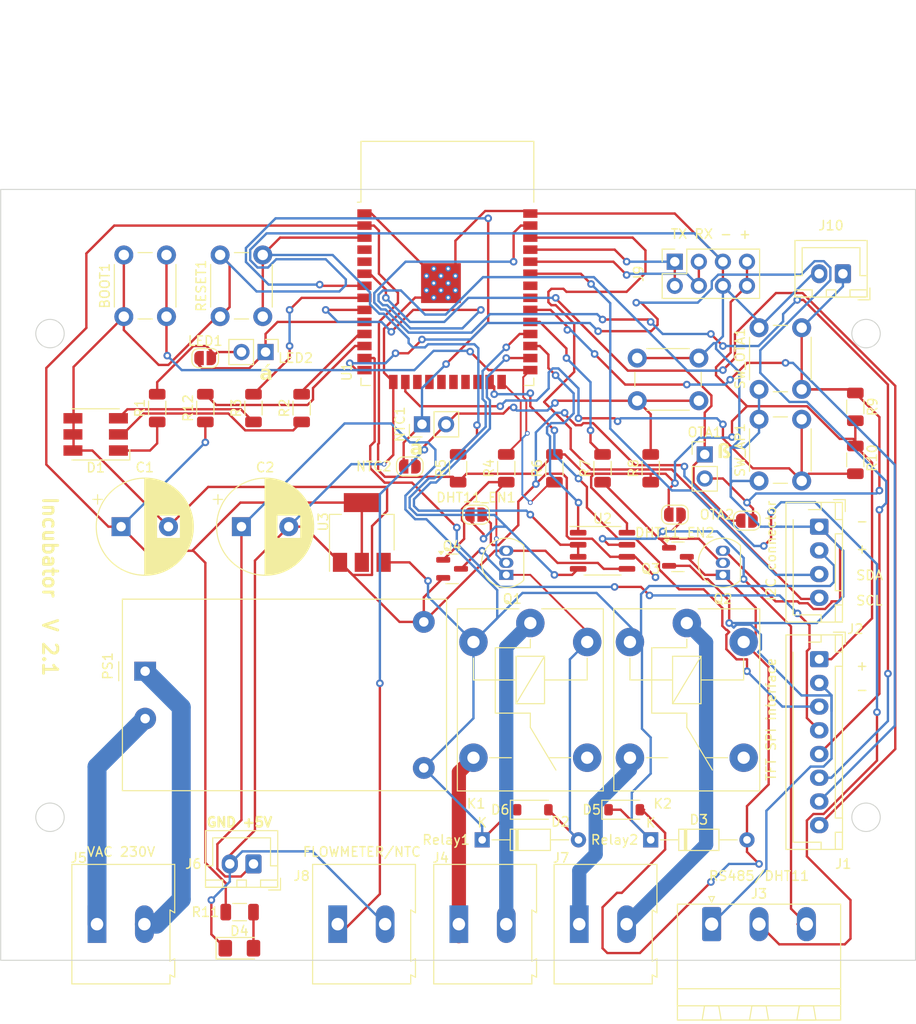
<source format=kicad_pcb>
(kicad_pcb (version 20241229) (generator "pcbnew") (generator_version "9.0")
  (layers (0 "F.Cu" signal) (2 "B.Cu" signal) (13 "F.Paste" user) (15 "B.Paste" user) (5 "F.SilkS" user "F.Silkscreen") (7 "B.SilkS" user "B.Silkscreen") (1 "F.Mask" user) (3 "B.Mask" user) (25 "Edge.Cuts" user))
  (net 0 "")
  (net 1 "GND")
  (net 2 "+5V")
  (net 3 "Net-(D1-BA)")
  (net 4 "Net-(D1-RA)")
  (net 5 "Net-(D1-GA)")
  (net 6 "Net-(D2-A)")
  (net 7 "+3V3")
  (net 8 "Net-(J2-Pin_3)")
  (net 9 "Net-(J2-Pin_4)")
  (net 10 "Net-(J4-Pin_1)")
  (net 11 "Net-(J4-Pin_2)")
  (net 12 "Net-(J5-Pin_1)")
  (net 13 "Net-(J5-Pin_2)")
  (net 14 "Net-(Q1-B)")
  (net 15 "Net-(U1-IO26)")
  (net 16 "Net-(U1-IO32)")
  (net 17 "Net-(U1-IO2)")
  (net 18 "Net-(U1-EN)")
  (net 19 "Net-(U1-IO0)")
  (net 22 "/CHECK_VERSION")
  (net 29 "Net-(U1-IO16)")
  (net 30 "/SPI_SCK")
  (net 32 "Net-(D3-A)")
  (net 33 "Net-(J7-Pin_1)")
  (net 34 "Net-(J7-Pin_2)")
  (net 35 "Net-(Q2-B)")
  (net 36 "/SPI_SDA")
  (net 39 "Net-(J9-Pin_1)")
  (net 40 "Net-(J9-Pin_3)")
  (net 41 "/SPI_DC")
  (net 42 "Net-(U1-IO4)")
  (net 43 "/SPI_CS")
  (net 44 "/SPI_RESET")
  (net 45 "Net-(D4-A)")
  (net 46 "/SPI_LED")
  (net 48 "Net-(J8-Pin_1)")
  (net 49 "Net-(J10-Pin_1)")
  (net 50 "Net-(LED1-A)")
  (net 51 "Net-(LED1-B)")
  (net 52 "Net-(NTC1-A)")
  (net 53 "Net-(OTA1-A)")
  (net 54 "Net-(DHT11_EN1-A)")
  (net 55 "Net-(DHT11_EN1-B)")
  (net 56 "Net-(DHT11_EN2-B)")
  (net 57 "Net-(U1-IO5)")
  (net 58 "/swap")
  (footprint "Relay_THT:Relay_SPDT_Finder_36.11" (layer "F.Cu") (at 144.78 104.14 -90)
    (property "Reference" "K1")
    (property "Value" "FINDER-36.11" (hide yes))
  )
  (footprint "RF_Module:ESP32-WROOM-32" (layer "F.Cu") (at 136.03 69.21)
    (property "Reference" "U1")
    (property "Value" "ESP32-WROOM-32")
  )
  (footprint "Jumper:SolderJumper-2_P1.3mm_Open_RoundedPad1.0x1.5mm" (layer "F.Cu") (at 167.625 93.345)
    (property "Reference" "OTA2")
    (property "Value" "OTA")
  )
  (footprint "Connector_PinSocket_2.54mm:PinSocket_2x04_P2.54mm_Vertical" (layer "F.Cu") (at 160.02 66.04 90)
    (property "Reference" "J9")
    (property "Value" "TX RX - +")
  )
  (footprint "TerminalBlock:TerminalBlock_Altech_AK300-2_P5.00mm" (layer "F.Cu") (at 149.94 135.89)
    (property "Reference" "J7")
    (property "Value" "Relay2")
  )
  (footprint "Jumper:SolderJumper-2_P1.3mm_Open_RoundedPad1.0x1.5mm" (layer "F.Cu") (at 132.065 87.63)
    (property "Reference" "NTC2")
    (property "Value" "NTC")
  )
  (footprint "Capacitor_THT:CP_Radial_D10.0mm_P5.00mm" (layer "F.Cu") (at 114.3 93.98)
    (property "Reference" "C2")
    (property "Value" "C_Polarized")
  )
  (footprint "Package_TO_SOT_SMD:SOT-23" (layer "F.Cu") (at 136.525 98.425)
    (property "Reference" "Q4")
    (property "Value" "BC847")
  )
  (footprint "Package_SO:SO-8_3.9x4.9mm_P1.27mm" (layer "F.Cu") (at 152.4 96.52)
    (property "Reference" "U2")
    (property "Value" "MAX485E")
  )
  (footprint "Diode_THT:D_DO-35_SOD27_P10.16mm_Horizontal" (layer "F.Cu") (at 139.7 127)
    (property "Reference" "D2")
    (property "Value" "Diode")
  )
  (footprint "Package_TO_SOT_SMD:SOT-223-3_TabPin2" (layer "F.Cu") (at 127 94.59 90)
    (property "Reference" "U3")
    (property "Value" "AMS1117-3.3")
  )
  (footprint "LED_SMD:LED_RGB_5050-6" (layer "F.Cu") (at 98.92 84.25 180)
    (property "Reference" "D1")
    (property "Value" "LED RGB")
  )
  (footprint "LED_SMD:LED_1206_3216Metric_Pad1.42x1.75mm_HandSolder" (layer "F.Cu") (at 114.0825 138.43)
    (property "Reference" "D4")
    (property "Value" "LED")
  )
  (footprint "Resistor_SMD:R_1206_3216Metric" (layer "F.Cu") (at 157.48 87.8225 90)
    (property "Reference" "R8")
    (property "Value" "R10K")
  )
  (footprint "Resistor_SMD:R_1206_3216Metric" (layer "F.Cu") (at 179.07 86.9335 90)
    (property "Reference" "R10")
    (property "Value" "R10K")
  )
  (footprint "TerminalBlock:TerminalBlock_Altech_AK300-2_P5.00mm" (layer "F.Cu") (at 137.24 135.89)
    (property "Reference" "J4")
    (property "Value" "Relay1")
  )
  (footprint "Jumper:SolderJumper-2_P1.3mm_Open_RoundedPad1.0x1.5mm" (layer "F.Cu") (at 110.475 76.2)
    (property "Reference" "LED1")
    (property "Value" "LED")
  )
  (footprint "Jumper:SolderJumper-2_P1.3mm_Open_RoundedPad1.0x1.5mm" (layer "F.Cu") (at 139.05 92.71)
    (property "Reference" "DHT11_EN1")
    (property "Value" "DHT11_EN")
  )
  (footprint "Jumper:SolderJumper-2_P1.3mm_Open_RoundedPad1.0x1.5mm" (layer "F.Cu") (at 160.035 92.71)
    (property "Reference" "DHT11_EN2")
    (property "Value" "DHT11_EN")
  )
  (footprint "Button_Switch_THT:SW_PUSH_6mm_H4.3mm" (layer "F.Cu") (at 168.91 89.154 90)
    (property "Reference" "SW_AP1")
    (property "Value" "SW_AP")
  )
  (footprint "Diode_SMD:D_SOD-123" (layer "F.Cu") (at 154.685 123.825)
    (property "Reference" "D5")
    (property "Value" "1N4148W")
  )
  (footprint "Resistor_SMD:R_1206_3216Metric" (layer "F.Cu") (at 137.16 87.8225 -90)
    (property "Reference" "R5")
    (property "Value" "R10K")
  )
  (footprint "Connector_JST:JST_XH_B4B-XH-AM_1x04_P2.50mm_Vertical" (layer "F.Cu") (at 175.26 93.98 -90)
    (property "Reference" "J2")
    (property "Value" "I2C connector")
  )
  (footprint "Diode_SMD:D_SOD-123" (layer "F.Cu") (at 145.035 123.825)
    (property "Reference" "D6")
    (property "Value" "1N4148W")
  )
  (footprint "Connector_JST:JST_XH_B2B-XH-A_1x02_P2.50mm_Vertical" (layer "F.Cu") (at 115.57 129.54 180)
    (property "Reference" "J6")
    (property "Value" "VDC 5V")
  )
  (footprint "Resistor_SMD:R_1206_3216Metric" (layer "F.Cu") (at 114.1075 134.62 180)
    (property "Reference" "R11")
    (property "Value" "R1K")
  )
  (footprint "Button_Switch_THT:SW_PUSH_6mm_H4.3mm" (layer "F.Cu") (at 162.56 80.7 180)
    (property "Reference" "FLOWMETER1" (hide yes))
    (property "Value" "FLOWMETER")
  )
  (footprint "Resistor_SMD:R_1206_3216Metric" (layer "F.Cu") (at 120.65 81.4725 90)
    (property "Reference" "R2")
    (property "Value" "R100" (hide yes))
  )
  (footprint "Capacitor_THT:CP_Radial_D10.0mm_P5.00mm" (layer "F.Cu") (at 101.6 93.98)
    (property "Reference" "C1")
    (property "Value" "C_Polarized")
  )
  (footprint "Relay_THT:Relay_SPDT_Finder_36.11" (layer "F.Cu") (at 161.29 104.14 -90)
    (property "Reference" "K2")
    (property "Value" "FINDER-36.11" (hide yes))
  )
  (footprint "Connector_Phoenix_MSTB:PhoenixContact_MSTBA_2,5_3-G_1x03_P5.00mm_Horizontal" (layer "F.Cu") (at 163.91 135.89)
    (property "Reference" "J3")
    (property "Value" "RS485/DHT11")
  )
  (footprint "Connector_PinHeader_2.54mm:PinHeader_1x02_P2.54mm_Vertical" (layer "F.Cu") (at 163.18 86.36)
    (property "Reference" "OTA1")
    (property "Value" "OTA")
  )
  (footprint "Button_Switch_THT:SW_PUSH_6mm_H4.3mm" (layer "F.Cu") (at 168.91 79.502 90)
    (property "Reference" "SW_OTA1")
    (property "Value" "SW_OTA")
  )
  (footprint "Resistor_SMD:R_1206_3216Metric" (layer "F.Cu") (at 142.24 87.8225 -90)
    (property "Reference" "R4")
    (property "Value" "R330")
  )
  (footprint "Package_TO_SOT_THT:TO-92_Inline" (layer "F.Cu") (at 165.1 99.06 90)
    (property "Reference" "Q2")
    (property "Value" "BC547")
  )
  (footprint "Resistor_SMD:R_1206_3216Metric" (layer "F.Cu") (at 105.41 81.4725 90)
    (property "Reference" "R1")
    (property "Value" "R100")
  )
  (footprint "Button_Switch_THT:SW_PUSH_6mm_H4.3mm" (layer "F.Cu") (at 112.05 71.83 90)
    (property "Reference" "RESET1")
    (property "Value" "RESET")
  )
  (footprint "Converter_ACDC:Converter_ACDC_HiLink_HLK-PMxx" (layer "F.Cu") (at 104.14 109.22)
    (property "Reference" "PS1")
    (property "Value" "HLK-PM01")
  )
  (footprint "Resistor_SMD:R_1206_3216Metric" (layer "F.Cu") (at 179.07 81.3455 -90)
    (property "Reference" "R9")
    (property "Value" "R10K")
  )
  (footprint "Connector_PinHeader_2.54mm:PinHeader_1x02_P2.54mm_Vertical" (layer "F.Cu") (at 133.35 83.185 90)
    (property "Reference" "NTC1")
    (property "Value" "NTC")
  )
  (footprint "TerminalBlock:TerminalBlock_Altech_AK300-2_P5.00mm" (layer "F.Cu") (at 99.06 135.89)
    (property "Reference" "J5")
    (property "Value" "VAC 230V")
  )
  (footprint "Resistor_SMD:R_1206_3216Metric" (layer "F.Cu") (at 115.57 81.4725 90)
    (property "Reference" "R3")
    (property "Value" "R100")
  )
  (footprint "Button_Switch_THT:SW_PUSH_6mm_H4.3mm" (layer "F.Cu") (at 101.89 71.83 90)
    (property "Reference" "BOOT1")
    (property "Value" "BOOT")
  )
  (footprint "Connector_PinHeader_2.54mm:PinHeader_1x02_P2.54mm_Vertical" (layer "F.Cu") (at 116.845 75.565 -90)
    (property "Reference" "LED2")
    (property "Value" "LED")
  )
  (footprint "Connector_JST:JST_XH_B8B-XH-AM_1x08_P2.50mm_Vertical" (layer "F.Cu") (at 175.26 107.95 -90)
    (property "Reference" "J1")
    (property "Value" "TFT SPI interface")
  )
  (footprint "Connector_JST:JST_XH_B2B-XH-A_1x02_P2.50mm_Vertical" (layer "F.Cu") (at 177.76 67.31 180)
    (property "Reference" "J10")
    (property "Value" "NTC2")
  )
  (footprint "Resistor_SMD:R_1206_3216Metric" (layer "F.Cu") (at 147.32 87.8225 90)
    (property "Reference" "R6")
    (property "Value" "R10K")
  )
  (footprint "Package_TO_SOT_THT:TO-92_Inline" (layer "F.Cu") (at 142.24 99.06 90)
    (property "Reference" "Q1")
    (property "Value" "BC547")
  )
  (footprint "Resistor_SMD:R_1206_3216Metric" (layer "F.Cu") (at 110.49 81.4725 90)
    (property "Reference" "R12")
    (property "Value" "R10K")
  )
  (footprint "Diode_THT:D_DO-35_SOD27_P10.16mm_Horizontal" (layer "F.Cu") (at 157.48 127)
    (property "Reference" "D3")
    (property "Value" "Diode")
  )
  (footprint "TerminalBlock:TerminalBlock_Altech_AK300-2_P5.00mm" (layer "F.Cu") (at 124.46 135.89)
    (property "Reference" "J8")
    (property "Value" "FLOWMETER/NTC")
  )
  (footprint "Resistor_SMD:R_1206_3216Metric" (layer "F.Cu") (at 152.4 87.8225 -90)
    (property "Reference" "R7")
    (property "Value" "R330")
  )
  (footprint "Package_TO_SOT_SMD:SOT-23" (layer "F.Cu") (at 160.3525 97.155)
    (property "Reference" "Q3")
    (property "Value" "BC847")
  )
  (gr_rect (start 88.9 58.42) (end 185.42 139.7) (stroke (width 0.1)) (fill no) (layer "Edge.Cuts"))
  (gr_circle (center 94.1 73.62) (end 95.6 73.62) (stroke (width 0.1)) (fill no) (layer "Edge.Cuts"))
  (gr_circle (center 180.2 124.62) (end 181.7 124.62) (stroke (width 0.1)) (fill no) (layer "Edge.Cuts"))
  (gr_circle (center 94.1 124.62) (end 95.6 124.62) (stroke (width 0.1)) (fill no) (layer "Edge.Cuts"))
  (gr_circle (center 180.2 73.62) (end 180.2 75.12) (stroke (width 0.1)) (fill no) (layer "Edge.Cuts"))
  (gr_text "-" (at 179.07 93.98 0) (layer "F.SilkS") (effects (font (size 1 1)) (justify left bottom)))
  (gr_text "SCL" (at 179.07 102.362 0) (layer "F.SilkS") (effects (font (size 1 1)) (justify left bottom)))
  (gr_text "SDA" (at 179.07 99.695 0) (layer "F.SilkS") (effects (font (size 1 1)) (justify left bottom)))
  (gr_text "ß" (at 164.465 86.995 0) (layer "F.SilkS") (effects (font (size 1.5 1.5) (thickness 0.3) (bold yes)) (justify left bottom)))
  (gr_text "GND +5V" (at 110.49 125.73 0) (layer "F.SilkS") (effects (font (size 1 1) (thickness 0.25) (bold yes)) (justify left bottom)))
  (gr_text "-" (at 179.07 111.76 0) (layer "F.SilkS") (effects (font (size 1 1)) (justify left bottom)))
  (gr_text "á" (at 132.065 86.63 0) (layer "F.SilkS") (effects (font (size 1.5 1.5) (thickness 0.3) (bold yes)) (justify left bottom)))
  (gr_text "+" (at 179.07 109.22 0) (layer "F.SilkS") (effects (font (size 1 1)) (justify left bottom)))
  (gr_text "Incubator  V 2.1" (at 93.218 90.678 270) (layer "F.SilkS") (effects (font (size 1.5 1.5) (thickness 0.3) (bold yes)) (justify left bottom)))
  (gr_text "+" (at 179.07 96.901 0) (layer "F.SilkS") (effects (font (size 1 1)) (justify left bottom)))
  (gr_text "á" (at 116.205 78.74 0) (layer "F.SilkS") (effects (font (size 1.5 1.5) (thickness 0.3) (bold yes)) (justify left bottom)))
  (segment (start 130.32 86.413307) (end 129.345 87.388307) (width 0.25) (layer "F.Cu") (net 1))
  (segment (start 133.54 104.02) (end 130.98 104.02) (width 0.25) (layer "F.Cu") (net 1))
  (segment (start 115.723555 125.984858) (end 115.723555 97.556445) (width 0.25) (layer "F.Cu") (net 1))
  (segment (start 111.683604 71.83) (end 112.05 71.83) (width 0.25) (layer "F.Cu") (net 1))
  (segment (start 175.872115 102.656) (end 176.561 101.967115) (width 0.25) (layer "F.Cu") (net 1))
  (segment (start 159.415 98.105) (end 161.60219 98.105) (width 0.25) (layer "F.Cu") (net 1))
  (segment (start 160.02 60.96) (end 165.1 66.04) (width 0.25) (layer "F.Cu") (net 1))
  (segment (start 128.075 99.065) (end 128.075 93.915) (width 0.25) (layer "F.Cu") (net 1))
  (segment (start 111.125 136.96) (end 111.125 133.35) (width 0.25) (layer "F.Cu") (net 1))
  (segment (start 106.588604 76.925) (end 111.683604 71.83) (width 0.25) (layer "F.Cu") (net 1))
  (segment (start 176.561 101.854) (end 177.300469 101.854) (width 0.25) (layer "F.Cu") (net 1))
  (segment (start 151.902 97.8) (end 152.527 98.425) (width 0.25) (layer "F.Cu") (net 1))
  (segment (start 105.570787 76.925) (end 106.588604 76.925) (width 0.25) (layer "F.Cu") (net 1))
  (segment (start 142.24 96.52) (end 141.04 96.52) (width 0.25) (layer "F.Cu") (net 1))
  (segment (start 136.875 66.775) (end 136.875 63.831984) (width 0.25) (layer "F.Cu") (net 1))
  (segment (start 147.653249 97.8) (end 151.902 97.8) (width 0.25) (layer "F.Cu") (net 1))
  (segment (start 106.6 93.98) (end 98.57 85.95) (width 0.25) (layer "F.Cu") (net 1))
  (segment (start 165.761978 101.753978) (end 165.761978 104.14) (width 0.25) (layer "F.Cu") (net 1))
  (segment (start 133.54 101.4225) (end 133.54 104.02) (width 0.25) (layer "F.Cu") (net 1))
  (segment (start 96.585009 77.134991) (end 101.89 71.83) (width 0.25) (layer "F.Cu") (net 1))
  (segment (start 144.513 60.693) (end 144.78 60.96) (width 0.25) (layer "F.Cu") (net 1))
  (segment (start 177.46374 101.690729) (end 177.46374 96.18374) (width 0.25) (layer "F.Cu") (net 1))
  (segment (start 142.24 96.52) (end 146.373249 96.52) (width 0.25) (layer "F.Cu") (net 1))
  (segment (start 130.32 78.72) (end 130.32 86.413307) (width 0.25) (layer "F.Cu") (net 1))
  (segment (start 132.62416 69.825) (end 133.825 69.825) (width 0.25) (layer "F.Cu") (net 1))
  (segment (start 163.00819 99.511) (end 163.519 99.511) (width 0.25) (layer "F.Cu") (net 1))
  (segment (start 120.94 93.98) (end 126.025 99.065) (width 0.25) (layer "F.Cu") (net 1))
  (segment (start 101.89 65.33) (end 101.89 71.83) (width 0.25) (layer "F.Cu") (net 1))
  (segment (start 115.723555 97.556445) (end 119.3 93.98) (width 0.25) (layer "F.Cu") (net 1))
  (segment (start 101.89 71.83) (end 101.89 73.244213) (width 0.25) (layer "F.Cu") (net 1))
  (segment (start 165.1 66.04) (end 165.1 68.58) (width 0.25) (layer "F.Cu") (net 1))
  (segment (start 126.025 99.065) (end 128.075 99.065) (width 0.25) (layer "F.Cu") (net 1))
  (segment (start 130.98 104.02) (end 124.7 97.74) (width 0.25) (layer "F.Cu") (net 1))
  (segment (start 115.723555 125.984858) (end 113.07 128.638413) (width 0.25) (layer "F.Cu") (net 1))
  (segment (start 140.013984 60.693) (end 144.513 60.693) (width 0.25) (layer "F.Cu") (net 1))
  (segment (start 176.561 101.967115) (end 176.561 101.854) (width 0.25) (layer "F.Cu") (net 1))
  (segment (start 129.667 89.789) (end 110.791 89.789) (width 0.25) (layer "F.Cu") (net 1))
  (segment (start 110.791 89.789) (end 106.6 93.98) (width 0.25) (layer "F.Cu") (net 1))
  (segment (start 96.52 85.95) (end 96.585009 85.884991) (width 0.25) (layer "F.Cu") (net 1))
  (segment (start 129.667 92.323) (end 129.667 89.789) (width 0.25) (layer "F.Cu") (net 1))
  (segment (start 113.07 128.638413) (end 113.07 129.54) (width 0.25) (layer "F.Cu") (net 1))
  (segment (start 177.300469 101.854) (end 177.46374 101.690729) (width 0.25) (layer "F.Cu") (net 1))
  (segment (start 144.78 60.96) (end 160.02 60.96) (width 0.25) (layer "F.Cu") (net 1))
  (segment (start 161.60219 98.105) (end 163.00819 99.511) (width 0.25) (layer "F.Cu") (net 1))
  (segment (start 120.94 93.98) (end 124.7 97.74) (width 0.25) (layer "F.Cu") (net 1))
  (segment (start 112.595 138.43) (end 111.125 136.96) (width 0.25) (layer "F.Cu") (net 1))
  (segment (start 129.46 137.16) (end 130.265 136.355) (width 0.25) (layer "F.Cu") (net 1))
  (segment (start 113.05 66.33) (end 112.05 65.33) (width 0.25) (layer "F.Cu") (net 1))
  (segment (start 129.339986 77.739986) (end 129.339986 73.109174) (width 0.25) (layer "F.Cu") (net 1))
  (segment (start 98.57 85.95) (end 96.52 85.95) (width 0.25) (layer "F.Cu") (net 1))
  (segment (start 136.875 63.831984) (end 140.013984 60.693) (width 0.25) (layer "F.Cu") (net 1))
  (segment (start 165.325 96.52) (end 170.659 101.854) (width 0.25) (layer "F.Cu") (net 1))
  (segment (start 174.042885 102.051) (end 174.647885 102.656) (width 0.25) (layer "F.Cu") (net 1))
  (segment (start 113.05 70.83) (end 113.05 66.33) (width 0.25) (layer "F.Cu") (net 1))
  (segment (start 177.46374 96.18374) (end 175.26 93.98) (width 0.25) (layer "F.Cu") (net 1))
  (segment (start 135.5875 99.375) (end 133.54 101.4225) (width 0.25) (layer "F.Cu") (net 1))
  (segment (start 119.3 93.98) (end 120.94 93.98) (width 0.25) (layer "F.Cu") (net 1))
  (segment (start 128.01 60.96) (end 127.28 60.96) (width 0.25) (layer "F.Cu") (net 1))
  (segment (start 101.89 73.244213) (end 105.570787 76.925) (width 0.25) (layer "F.Cu") (net 1))
  (segment (start 170.659 101.854) (end 172.97119 101.854) (width 0.25) (layer "F.Cu") (net 1))
  (segment (start 174.647885 102.656) (end 175.872115 102.656) (width 0.25) (layer "F.Cu") (net 1))
  (segment (start 112.05 71.83) (end 113.05 70.83) (width 0.25) (layer "F.Cu") (net 1))
  (segment (start 165.1 96.52) (end 165.325 96.52) (width 0.25) (layer "F.Cu") (net 1))
  (segment (start 129.339986 73.109174) (end 132.62416 69.825) (width 0.25) (layer "F.Cu") (net 1))
  (segment (start 163.519 99.511) (end 165.761978 101.753978) (width 0.25) (layer "F.Cu") (net 1))
  (segment (start 133.825 66.775) (end 128.01 60.96) (width 0.25) (layer "F.Cu") (net 1))
  (segment (start 172.97119 101.854) (end 173.16819 102.051) (width 0.25) (layer "F.Cu") (net 1))
  (segment (start 173.16819 102.051) (end 174.042885 102.051) (width 0.25) (layer "F.Cu") (net 1))
  (segment (start 162.56 76.2) (end 156.06 76.2) (width 0.25) (layer "F.Cu") (net 1))
  (segment (start 128.075 93.915) (end 129.667 92.323) (width 0.25) (layer "F.Cu") (net 1))
  (segment (start 152.527 98.425) (end 154.975 98.425) (width 0.25) (layer "F.Cu") (net 1))
  (segment (start 130.32 78.72) (end 129.339986 77.739986) (width 0.25) (layer "F.Cu") (net 1))
  (segment (start 141.04 96.52) (end 133.54 104.02) (width 0.25) (layer "F.Cu") (net 1))
  (segment (start 146.373249 96.52) (end 147.653249 97.8) (width 0.25) (layer "F.Cu") (net 1))
  (segment (start 96.585009 85.884991) (end 96.585009 77.134991) (width 0.25) (layer "F.Cu") (net 1))
  (via (at 111.125 133.35) (size 0.8) (drill 0.4) (layers "F.Cu" "B.Cu") (net 1))
  (via (at 165.761978 104.14) (size 0.8) (drill 0.4) (layers "F.Cu" "B.Cu") (net 1))
  (via (at 129.345 87.388307) (size 0.5) (drill 0.3) (layers "F.Cu" "B.Cu") (net 1))
  (segment (start 115.898 69.178) (end 124.633305 69.178) (width 0.25) (layer "B.Cu") (net 1))
  (segment (start 125.312 68.499305) (end 125.312 67.898695) (width 0.25) (layer "B.Cu") (net 1))
  (segment (start 169.685 130.115) (end 163.91 135.89) (width 0.25) (layer "B.Cu") (net 1))
  (segment (start 123.193305 65.78) (end 117.973833 65.78) (width 0.25) (layer "B.Cu") (net 1))
  (segment (start 177.8 101.338244) (end 177.8 96.52) (width 0.25) (layer "B.Cu") (net 1))
  (segment (start 164.375 74.629695) (end 165.1 73.904695) (width 0.25) (layer "B.Cu") (net 1))
  (segment (start 174.349 119.275) (end 169.685 123.939) (width 0.25) (layer "B.Cu") (net 1))
  (segment (start 168.91 84.068213) (end 168.91 82.654) (width 0.25) (layer "B.Cu") (net 1))
  (segment (start 119.3 93.98) (end 125.891693 87.388307) (width 0.25) (layer "B.Cu") (net 1))
  (segment (start 165.92 87.816396) (end 165.92 85.644) (width 0.25) (layer "B.Cu") (net 1))
  (segment (start 165.761978 104.14) (end 174.998244 104.14) (width 0.25) (layer "B.Cu") (net 1))
  (segment (start 176.56 111.75) (end 176.56 118.436701) (width 0.25) (layer "B.Cu") (net 1))
  (segment (start 165.92 85.644) (end 166.038985 85.644) (width 0.25) (layer "B.Cu") (net 1))
  (segment (start 166.830832 77.686137) (end 164.375 75.230305) (width 0.25) (layer "B.Cu") (net 1))
  (segment (start 115.225 64.781167) (end 116.956167 63.05) (width 0.25) (layer "B.Cu") (net 1))
  (segment (start 113.07 131.405) (end 111.125 133.35) (width 0.25) (layer "B.Cu") (net 1))
  (segment (start 171.225771 93.98) (end 175.26 93.98) (width 0.25) (layer "B.Cu") (net 1))
  (segment (start 116.001167 66.655) (end 115.225 65.878833) (width 0.25) (layer "B.Cu") (net 1))
  (segment (start 115.225 65.878833) (end 115.225 64.781167) (width 0.25) (layer "B.Cu") (net 1))
  (segment (start 175.26 67.31) (end 174.602 67.31) (width 0.25) (layer "B.Cu") (net 1))
  (segment (start 166.830832 84.852153) (end 166.830832 77.686137) (width 0.25) (layer "B.Cu") (net 1))
  (segment (start 166.038985 85.644) (end 166.830832 84.852153) (width 0.25) (layer "B.Cu") (net 1))
  (segment (start 165.1 73.904695) (end 165.1 68.58) (width 0.25) (layer "B.Cu") (net 1))
  (segment (start 165.92 89.154) (end 168.91 89.154) (width 0.25) (layer "B.Cu") (net 1))
  (segment (start 162.56 76.2) (end 164.130305 74.629695) (width 0.25) (layer "B.Cu") (net 1))
  (segment (start 125.312 67.898695) (end 123.193305 65.78) (width 0.25) (layer "B.Cu") (net 1))
  (segment (start 166.234812 104.612834) (end 165.761978 104.14) (width 0.25) (layer "B.Cu") (net 1))
  (segment (start 176.561 113.437115) (end 176.561 111.774) (width 0.25) (layer "B.Cu") (net 1))
  (segment (start 168.91 79.502) (end 168.91 81.913604) (width 0.25) (layer "B.Cu") (net 1))
  (segment (start 165.92 87.816396) (end 165.92 89.154) (width 0.25) (layer "B.Cu") (net 1))
  (segment (start 167.334213 85.644) (end 168.91 84.068213) (width 0.25) (layer "B.Cu") (net 1))
  (segment (start 174.998244 104.14) (end 177.8 101.338244) (width 0.25) (layer "B.Cu") (net 1))
  (segment (start 173.395978 111.774) (end 168.817166 107.195188) (width 0.25) (layer "B.Cu") (net 1))
  (segment (start 168.817166 107.195188) (end 169.116 106.896354) (width 0.25) (layer "B.Cu") (net 1))
  (segment (start 168.91 89.154) (end 166.116 89.154) (width 0.25) (layer "B.Cu") (net 1))
  (segment (start 176.56 118.436701) (end 175.721701 119.275) (width 0.25) (layer "B.Cu") (net 1))
  (segment (start 169.083984 93.98) (end 169.543604 93.98) (width 0.25) (layer "B.Cu") (net 1))
  (segment (start 171.225771 93.98) (end 170.813604 93.98) (width 0.25) (layer "B.Cu") (net 1))
  (segment (start 117.098833 66.655) (end 116.001167 66.655) (width 0.25) (layer "B.Cu") (net 1))
  (segment (start 164.130305 74.629695) (end 164.375 74.629695) (width 0.25) (layer "B.Cu") (net 1))
  (segment (start 169.543604 93.98) (end 170.813604 93.98) (width 0.25) (layer "B.Cu") (net 1))
  (segment (start 124.633305 69.178) (end 125.312 68.499305) (width 0.25) (layer "B.Cu") (net 1))
  (segment (start 112.05 65.33) (end 115.898 69.178) (width 0.25) (layer "B.Cu") (net 1))
  (segment (start 164.375 75.230305) (end 164.375 74.629695) (width 0.25) (layer "B.Cu") (net 1))
  (segment (start 174.602 67.31) (end 168.91 73.002) (width 0.25) (layer "B.Cu") (net 1))
  (segment (start 129.46 135.89) (end 121.785 128.215) (width 0.25) (layer "B.Cu") (net 1))
  (segment (start 169.685 123.939) (end 169.685 130.115) (width 0.25) (layer "B.Cu") (net 1))
  (segment (start 169.116 105.383646) (end 168.046354 104.314) (width 0.25) (layer "B.Cu") (net 1))
  (segment (start 165.92 90.816016) (end 165.92 87.816396) (width 0.25) (layer "B.Cu") (net 1))
  (segment (start 166.533646 104.314) (end 166.234812 104.612834) (width 0.25) (layer "B.Cu") (net 1))
  (segment (start 121.785 128.215) (end 114.395 128.215) (width 0.25) (layer "B.Cu") (net 1))
  (segment (start 175.26 110.45) (end 176.56 111.75) (width 0.25) (layer "B.Cu") (net 1))
  (segment (start 169.522 73.002) (end 165.1 68.58) (width 0.25) (layer "B.Cu") (net 1))
  (segment (start 125.891693 87.388307) (end 129.345 87.388307) (width 0.25) (layer "B.Cu") (net 1))
  (segment (start 117.973833 65.78) (end 117.098833 66.655) (width 0.25) (layer "B.Cu") (net 1))
  (segment (start 166.116 89.154) (end 165.92 89.35) (width 0.25) (layer "B.Cu") (net 1))
  (segment (start 114.395 128.215) (end 113.07 129.54) (width 0.25) (layer "B.Cu") (net 1))
  (segment (start 165.92 85.644) (end 167.334213 85.644) (width 0.25) (layer "B.Cu") (net 1))
  (segment (start 177.8 96.52) (end 175.26 93.98) (width 0.25) (layer "B.Cu") (net 1))
  (segment (start 169.083984 93.98) (end 165.92 90.816016) (width 0.25) (layer "B.Cu") (net 1))
  (segment (start 165.92 89.35) (end 165.92 90.816016) (width 0.25) (layer "B.Cu") (net 1))
  (segment (start 169.116 106.896354) (end 169.116 105.383646) (width 0.25) (layer "B.Cu") (net 1))
  (segment (start 175.721701 119.275) (end 174.349 119.275) (width 0.25) (layer "B.Cu") (net 1))
  (segment (start 176.561 111.774) (end 173.395978 111.774) (width 0.25) (layer "B.Cu") (net 1))
  (segment (start 116.956167 63.05) (end 162.11 63.05) (width 0.25) (layer "B.Cu") (net 1))
  (segment (start 162.11 63.05) (end 165.1 66.04) (width 0.25) (layer "B.Cu") (net 1))
  (segment (start 113.07 129.54) (end 113.07 131.405) (width 0.25) (layer "B.Cu") (net 1))
  (segment (start 168.046354 104.314) (end 166.533646 104.314) (width 0.25) (layer "B.Cu") (net 1))
  (segment (start 142.875 123.825) (end 139.7 127) (width 0.25) (layer "F.Cu") (net 2))
  (segment (start 111.76 127.448413) (end 111.76 130.041701) (width 0.25) (layer "F.Cu") (net 2))
  (segment (start 129.3 97.74) (end 132.03 97.74) (width 0.25) (layer "F.Cu") (net 2))
  (segment (start 114.245 130.865) (end 115.57 129.54) (width 0.25) (layer "F.Cu") (net 2))
  (segment (start 112.583299 130.865) (end 114.245 130.865) (width 0.25) (layer "F.Cu") (net 2))
  (segment (start 154.305 123.825) (end 157.48 127) (width 0.25) (layer "F.Cu") (net 2))
  (segment (start 111.76 130.041701) (end 112.583299 130.865) (width 0.25) (layer "F.Cu") (net 2))
  (segment (start 143.385 123.825) (end 142.875 123.825) (width 0.25) (layer "F.Cu") (net 2))
  (segment (start 132.03 97.74) (end 133.985 99.695) (width 0.25) (layer "F.Cu") (net 2))
  (segment (start 114.3 93.98) (end 114.3 124.908413) (width 0.25) (layer "F.Cu") (net 2))
  (segment (start 114.3 124.908413) (end 111.76 127.448413) (width 0.25) (layer "F.Cu") (net 2))
  (segment (start 153.035 123.825) (end 154.305 123.825) (width 0.25) (layer "F.Cu") (net 2))
  (via (at 133.985 99.695) (size 0.8) (drill 0.4) (layers "F.Cu" "B.Cu") (net 2))
  (segment (start 133.808604 93.19) (end 141.288 100.669396) (width 0.25) (layer "B.Cu") (net 2))
  (segment (start 131.6 90.715128) (end 131.6 92.164872) (width 0.25) (layer "B.Cu") (net 2))
  (segment (start 156.56 115.286396) (end 156.56 106.14) (width 0.25) (layer "B.Cu") (net 2))
  (segment (start 138.78 106.14) (end 138.78 114.18) (width 0.25) (layer "B.Cu") (net 2))
  (segment (start 139.7 127) (end 139.7 125.58) (width 0.25) (layer "B.Cu") (net 2))
  (segment (start 156.464 101.092) (end 156.464 106.044) (width 0.25) (layer "B.Cu") (net 2))
  (segment (start 134.763984 87.551144) (end 131.6 90.715128) (width 0.25) (layer "B.Cu") (net 2))
  (segment (start 138.78 106.14) (end 143.955 100.965) (width 0.25) (layer "B.Cu") (net 2))
  (segment (start 132.08 85.09) (end 133.985 85.09) (width 0.25) (layer "B.Cu") (net 2))
  (segment (start 133.985 101.345) (end 133.985 99.695) (width 0.25) (layer "B.Cu") (net 2))
  (segment (start 157.48 120.015) (end 157.48 116.206396) (width 0.25) (layer "B.Cu") (net 2))
  (segment (start 139.7 125.58) (end 133.54 119.42) (width 0.25) (layer "B.Cu") (net 2))
  (segment (start 141.288 100.669396) (end 141.288 103.632) (width 0.25) (layer "B.Cu") (net 2))
  (segment (start 131.6 92.164872) (end 132.625128 93.19) (width 0.25) (layer "B.Cu") (net 2))
  (segment (start 176.814746 99.815267) (end 176.395013 100.235) (width 0.25) (layer "B.Cu") (net 2))
  (segment (start 156.464 106.044) (end 156.56 106.14) (width 0.25) (layer "B.Cu") (net 2))
  (segment (start 175.26 96.52) (end 176.814746 98.074746) (width 0.25) (layer "B.Cu") (net 2))
  (segment (start 132.625128 93.19) (end 133.808604 93.19) (width 0.25) (layer "B.Cu") (net 2))
  (segment (start 151.765 100.965) (end 156.56 105.76) (width 0.25) (layer "B.Cu") (net 2))
  (segment (start 156.56 105.76) (end 156.56 106.14) (width 0.25) (layer "B.Cu") (net 2))
  (segment (start 157.48 116.206396) (end 156.56 115.286396) (width 0.25) (layer "B.Cu") (net 2))
  (segment (start 176.814746 98.074746) (end 176.814746 99.815267) (width 0.25) (layer "B.Cu") (net 2))
  (segment (start 125.185 83.095) (end 130.085 83.095) (width 0.25) (layer "B.Cu") (net 2))
  (segment (start 155.485 125.005) (end 155.485 122.01) (width 0.25) (layer "B.Cu") (net 2))
  (segment (start 176.395013 100.235) (end 157.321 100.235) (width 0.25) (layer "B.Cu") (net 2))
  (segment (start 130.085 83.095) (end 132.08 85.09) (width 0.25) (layer "B.Cu") (net 2))
  (segment (start 141.288 103.632) (end 138.78 106.14) (width 0.25) (layer "B.Cu") (net 2))
  (segment (start 157.48 127) (end 155.485 125.005) (width 0.25) (layer "B.Cu") (net 2))
  (segment (start 143.955 100.965) (end 151.765 100.965) (width 0.25) (layer "B.Cu") (net 2))
  (segment (start 157.321 100.235) (end 156.464 101.092) (width 0.25) (layer "B.Cu") (net 2))
  (segment (start 138.78 114.18) (end 133.54 119.42) (width 0.25) (layer "B.Cu") (net 2))
  (segment (start 138.78 106.14) (end 133.985 101.345) (width 0.25) (layer "B.Cu") (net 2))
  (segment (start 134.763984 85.868984) (end 134.763984 87.551144) (width 0.25) (layer "B.Cu") (net 2))
  (segment (start 155.485 122.01) (end 157.48 120.015) (width 0.25) (layer "B.Cu") (net 2))
  (segment (start 114.3 93.98) (end 125.185 83.095) (width 0.25) (layer "B.Cu") (net 2))
  (segment (start 133.985 85.09) (end 134.763984 85.868984) (width 0.25) (layer "B.Cu") (net 2))
  (segment (start 104.6525 85.95) (end 101.32 85.95) (width 0.25) (layer "F.Cu") (net 3))
  (segment (start 105.41 85.1925) (end 104.6525 85.95) (width 0.25) (layer "F.Cu") (net 3))
  (segment (start 105.41 82.6525) (end 105.41 85.1925) (width 0.25) (layer "F.Cu") (net 3))
  (segment (start 101.77 84.25) (end 103.9725 82.0475) (width 0.25) (layer "F.Cu") (net 4))
  (segment (start 114.700192 83.822792) (end 119.762208 83.822792) (width 0.25) (layer "F.Cu") (net 4))
  (segment (start 112.9249 82.0475) (end 114.700192 83.822792) (width 0.25) (layer "F.Cu") (net 4))
  (segment (start 119.762208 83.822792) (end 120.65 82.935) (width 0.25) (layer "F.Cu") (net 4))
  (segment (start 101.32 84.25) (end 101.77 84.25) (width 0.25) (layer "F.Cu") (net 4))
  (segment (start 103.9725 82.0475) (end 112.9249 82.0475) (width 0.25) (layer "F.Cu") (net 4))
  (segment (start 114.2325 81.5975) (end 115.57 82.935) (width 0.25) (layer "F.Cu") (net 5))
  (segment (start 102.2725 81.5975) (end 114.2325 81.5975) (width 0.25) (layer "F.Cu") (net 5))
  (segment (start 101.32 82.55) (end 102.2725 81.5975) (width 0.25) (layer "F.Cu") (net 5))
  (segment (start 137.4625 98.425) (end 139.3675 96.52) (width 0.25) (layer "F.Cu") (net 6))
  (segment (start 142.24 99.06) (end 144.78 99.06) (width 0.2) (layer "F.Cu") (net 6))
  (segment (start 146.685 123.825) (end 149.86 127) (width 0.25) (layer "F.Cu") (net 6))
  (segment (start 150.78 105.06) (end 150.78 106.14) (width 0.2) (layer "F.Cu") (net 6))
  (segment (start 144.78 99.06) (end 150.78 105.06) (width 0.2) (layer "F.Cu") (net 6))
  (segment (start 139.3675 96.52) (end 139.7 96.52) (width 0.25) (layer "F.Cu") (net 6))
  (via (at 139.7 96.52) (size 0.8) (drill 0.4) (layers "F.Cu" "B.Cu") (net 6))
  (segment (start 148.955 126.095) (end 148.955 107.965) (width 0.25) (layer "B.Cu") (net 6))
  (segment (start 140.335 97.38) (end 142.015 99.06) (width 0.25) (layer "B.Cu") (net 6))
  (segment (start 142.015 99.06) (end 142.24 99.06) (width 0.25) (layer "B.Cu") (net 6))
  (segment (start 140.335 97.155) (end 140.335 97.38) (width 0.25) (layer "B.Cu") (net 6))
  (segment (start 149.86 127) (end 148.955 126.095) (width 0.25) (layer "B.Cu") (net 6))
  (segment (start 148.955 107.965) (end 150.78 106.14) (width 0.25) (layer "B.Cu") (net 6))
  (segment (start 139.7 96.52) (end 140.335 97.155) (width 0.25) (layer "B.Cu") (net 6))
  (segment (start 128.72 85.276396) (end 128.72 88.00648) (width 0.25) (layer "F.Cu") (net 7))
  (segment (start 159.385 92.71) (end 159.385 90.043) (width 0.25) (layer "F.Cu") (net 7))
  (segment (start 129.43602 88.7225) (end 136.5975 88.7225) (width 0.25) (layer "F.Cu") (net 7))
  (segment (start 154.975 94.615) (end 154.975 93.6176) (width 0.25) (layer "F.Cu") (net 7))
  (segment (start 175.26 107.95) (end 176.53 107.95) (width 0.25) (layer "F.Cu") (net 7))
  (segment (start 101.6 93.98) (end 104.14 96.52) (width 0.25) (layer "F.Cu") (net 7))
  (segment (start 164.375 77.169695) (end 164.375 78.015) (width 0.25) (layer "F.Cu") (net 7))
  (segment (start 128.28 62.23) (end 128.805 62.755) (width 0.25) (layer "F.Cu") (net 7))
  (segment (start 157.48 89.285) (end 157.865 88.9) (width 0.25) (layer "F.Cu") (net 7))
  (segment (start 93.710079 77.248182) (end 97.936001 73.02226) (width 0.25) (layer "F.Cu") (net 7))
  (segment (start 127 97.74) (end 127 91.44) (width 0.25) (layer "F.Cu") (net 7))
  (segment (start 112.645 134.62) (end 112.645 131.563097) (width 0.25) (layer "F.Cu") (net 7))
  (segment (start 167.64 81.28) (end 166.055832 82.864168) (width 0.25) (layer "F.Cu") (net 7))
  (segment (start 97.936001 73.02226) (end 97.936001 65.174118) (width 0.25) (layer "F.Cu") (net 7))
  (segment (start 147.32 86.36) (end 145.2825 88.3975) (width 0.25) (layer "F.Cu") (net 7))
  (segment (start 145.2825 88.3975) (end 138.0475 88.3975) (width 0.25) (layer "F.Cu") (net 7))
  (segment (start 138.0475 88.3975) (end 137.16 89.285) (width 0.25) (layer "F.Cu") (net 7))
  (segment (start 167.64 66.04) (end 167.64 68.58) (width 0.25) (layer "F.Cu") (net 7))
  (segment (start 109.165 96.465) (end 114.19 91.44) (width 0.25) (layer "F.Cu") (net 7))
  (segment (start 166.055832 82.864168) (end 166.055832 84.531137) (width 0.25) (layer "F.Cu") (net 7))
  (segment (start 112.645 131.563097) (end 110.49 129.408097) (width 0.25) (layer "F.Cu") (net 7))
  (segment (start 157.48 89.285) (end 157.865 89.285) (width 0.25) (layer "F.Cu") (net 7))
  (segment (start 165.92 70.3) (end 165.92 75.624695) (width 0.25) (layer "F.Cu") (net 7))
  (segment (start 130.81 69.315) (end 130.81 70.385) (width 0.25) (layer "F.Cu") (net 7))
  (segment (start 167.64 68.58) (end 165.92 70.3) (width 0.25) (layer "F.Cu") (net 7))
  (segment (start 110.49 97.79) (end 109.165 96.465) (width 0.25) (layer "F.Cu") (net 7))
  (segment (start 101.6 93.98) (end 100.265185 93.98) (width 0.25) (layer "F.Cu") (net 7))
  (segment (start 136.5975 88.7225) (end 137.16 89.285) (width 0.25) (layer "F.Cu") (net 7))
  (segment (start 97.936001 65.174118) (end 100.880119 62.23) (width 0.25) (layer "F.Cu") (net 7))
  (segment (start 156.5925 88.3975) (end 157.48 88.3975) (width 0.25) (layer "F.Cu") (net 7))
  (segment (start 128.72 88.00648) (end 129.43602 88.7225) (width 0.25) (layer "F.Cu") (net 7))
  (segment (start 114.19 91.44) (end 127 91.44) (width 0.25) (layer "F.Cu") (net 7))
  (segment (start 154.975 93.6176) (end 151.2 89.8426) (width 0.25) (layer "F.Cu") (net 7))
  (segment (start 165.92 75.624695) (end 164.375 77.169695) (width 0.25) (layer "F.Cu") (net 7))
  (segment (start 128.805 72.39) (end 128.805 85.191396) (width 0.25) (layer "F.Cu") (net 7))
  (segment (start 104.14 96.52) (end 109.11 96.52) (width 0.25) (layer "F.Cu") (net 7))
  (segment (start 128.805 67.31) (end 130.81 69.315) (width 0.25) (layer "F.Cu") (net 7))
  (segment (start 164.375 78.015) (end 167.64 81.28) (width 0.25) (layer "F.Cu") (net 7))
  (segment (start 180.835 103.645) (end 180.835 87.236) (width 0.25) (layer "F.Cu") (net 7))
  (segment (start 127.28 62.23) (end 128.28 62.23) (width 0.25) (layer "F.Cu") (net 7))
  (segment (start 151.2 88.7274) (end 151.5299 88.3975) (width 0.25) (layer "F.Cu") (net 7))
  (segment (start 177.427208 84.72) (end 178.827 84.72) (width 0.25) (layer "F.Cu") (net 7))
  (segment (start 109.11 96.52) (end 109.165 96.465) (width 0.25) (layer "F.Cu") (net 7))
  (segment (start 173.987208 81.28) (end 177.427208 84.72) (width 0.25) (layer "F.Cu") (net 7))
  (segment (start 178.827 84.72) (end 179.07 84.963) (width 0.25) (layer "F.Cu") (net 7))
  (segment (start 159.385 90.043) (end 160.043492 89.384508) (width 0.25) (layer "F.Cu") (net 7))
  (segment (start 157.48 88.3975) (end 159.056484 88.3975) (width 0.25) (layer "F.Cu") (net 7))
  (segment (start 128.805 85.191396) (end 128.72 85.276396) (width 0.25) (layer "F.Cu") (net 7))
  (segment (start 151.2 89.8426) (end 151.2 88.7274) (width 0.25) (layer "F.Cu") (net 7))
  (segment (start 100.265185 93.98) (end 93.710079 87.424894) (width 0.25) (layer "F.Cu") (net 7))
  (segment (start 167.64 81.28) (end 173.987208 81.28) (width 0.25) (layer "F.Cu") (net 7))
  (segment (start 110.49 82.935) (end 110.49 85.09) (width 0.25) (layer "F.Cu") (net 7))
  (segment (start 159.056484 88.3975) (end 160.043492 89.384508) (width 0.25) (layer "F.Cu") (net 7))
  (segment (start 150.453516 88.3975) (end 148.416016 86.36) (width 0.25) (layer "F.Cu") (net 7))
  (segment (start 156.5925 88.3975) (end 150.453516 88.3975) (width 0.25) (layer "F.Cu") (net 7))
  (segment (start 157.48 89.285) (end 157.48 88.3975) (width 0.25) (layer "F.Cu") (net 7))
  (segment (start 176.53 107.95) (end 180.835 103.645) (width 0.25) (layer "F.Cu") (net 7))
  (segment (start 100.880119 62.23) (end 127.28 62.23) (width 0.25) (layer "F.Cu") (net 7))
  (segment (start 151.5299 88.3975) (end 156.5925 88.3975) (width 0.25) (layer "F.Cu") (net 7))
  (segment (start 128.805 62.755) (end 128.805 67.31) (width 0.25) (layer "F.Cu") (net 7))
  (segment (start 110.49 129.408097) (end 110.49 97.79) (width 0.25) (layer "F.Cu") (net 7))
  (segment (start 130.81 70.385) (end 128.805 72.39) (width 0.25) (layer "F.Cu") (net 7))
  (segment (start 179.07 82.808) (end 179.07 85.471) (width 0.25) (layer "F.Cu") (net 7))
  (segment (start 148.416016 86.36) (end 147.32 86.36) (width 0.25) (layer "F.Cu") (net 7))
  (segment (start 93.710079 87.424894) (end 93.710079 77.248182) (width 0.25) (layer "F.Cu") (net 7))
  (segment (start 180.835 87.236) (end 179.07 85.471) (width 0.25) (layer "F.Cu") (net 7))
  (via (at 110.49 85.09) (size 0.8) (drill 0.4) (layers "F.Cu" "B.Cu") (net 7))
  (via (at 160.043492 89.384508) (size 0.8) (drill 0.4) (layers "F.Cu" "B.Cu") (net 7))
  (via (at 166.055832 84.531137) (size 0.8) (drill 0.4) (layers "F.Cu" "B.Cu") (net 7))
  (segment (start 160.043492 87.146508) (end 162.595 84.595) (width 0.25) (layer "B.Cu") (net 7))
  (segment (start 160.043492 89.384508) (end 160.043492 87.146508) (width 0.25) (layer "B.Cu") (net 7))
  (segment (start 165.991969 84.595) (end 166.055832 84.531137) (width 0.25) (layer "B.Cu") (net 7))
  (segment (start 162.595 84.595) (end 165.991969 84.595) (width 0.25) (layer "B.Cu") (net 7))
  (segment (start 110.49 85.09) (end 101.6 93.98) (width 0.25) (layer "B.Cu") (net 7))
  (segment (start 144.78 67.31) (end 150.104692 67.31) (width 0.25) (layer "F.Cu") (net 8))
  (segment (start 150.104692 67.31) (end 151.188845 68.394153) (width 0.25) (layer "F.Cu") (net 8))
  (via (at 151.188845 68.394153) (size 0.8) (drill 0.4) (layers "F.Cu" "B.Cu") (net 8))
  (segment (start 159.722476 90.159508) (end 153.2125 83.649532) (width 0.25) (layer "B.Cu") (net 8))
  (segment (start 153.2125 70.417808) (end 151.188845 68.394153) (width 0.25) (layer "B.Cu") (net 8))
  (segment (start 170.688 99.06) (end 161.787508 90.159508) (width 0.25) (layer "B.Cu") (net 8))
  (segment (start 161.787508 90.159508) (end 159.722476 90.159508) (width 0.25) (layer "B.Cu") (net 8))
  (segment (start 153.2125 83.649532) (end 153.2125 70.417808) (width 0.25) (layer "B.Cu") (net 8))
  (segment (start 175.26 99.06) (end 170.688 99.06) (width 0.25) (layer "B.Cu") (net 8))
  (segment (start 156.926125 64.849729) (end 156.926125 67.227479) (width 0.25) (layer "F.Cu") (net 9))
  (segment (start 146.236396 80.83) (end 149.04 83.633604) (width 0.25) (layer "F.Cu") (net 9))
  (segment (start 154.938604 69.215) (end 148.59 69.215) (width 0.25) (layer "F.Cu") (net 9))
  (segment (start 146.685 69.215) (end 146.685 70.311016) (width 0.25) (layer "F.Cu") (net 9))
  (segment (start 149.04 83.633604) (end 149.04 85.794) (width 0.25) (layer "F.Cu") (net 9))
  (segment (start 146.685 70.311016) (end 146.998984 70.625) (width 0.25) (layer "F.Cu") (net 9))
  (segment (start 147.458604 70.625) (end 149.41 72.576396) (width 0.25) (layer "F.Cu") (net 9))
  (segment (start 148.2725 68.8975) (end 147.0025 68.8975) (width 0.25) (layer "F.Cu") (net 9))
  (segment (start 173.355 101.6) (end 175.26 101.6) (width 0.25) (layer "F.Cu") (net 9))
  (segment (start 146.998984 70.625) (end 147.458604 70.625) (width 0.25) (layer "F.Cu") (net 9))
  (segment (start 147.0025 68.8975) (end 146.685 69.215) (width 0.25) (layer "F.Cu") (net 9))
  (segment (start 156.926125 67.227479) (end 154.938604 69.215) (width 0.25) (layer "F.Cu") (net 9))
  (segment (start 151.1925 87.9465) (end 159.7015 87.9465) (width 0.25) (layer "F.Cu") (net 9))
  (segment (start 148.59 69.215) (end 148.2725 68.8975) (width 0.25) (layer "F.Cu") (net 9))
  (segment (start 155.576396 63.5) (end 156.926125 64.849729) (width 0.25) (layer "F.Cu") (net 9))
  (segment (start 144.78 63.5) (end 155.576396 63.5) (width 0.25) (layer "F.Cu") (net 9))
  (segment (start 149.41 72.576396) (end 149.41 77.656396) (width 0.25) (layer "F.Cu") (net 9))
  (segment (start 149.41 77.656396) (end 146.236396 80.83) (width 0.25) (layer "F.Cu") (net 9))
  (segment (start 159.7015 87.9465) (end 173.355 101.6) (width 0.25) (layer "F.Cu") (net 9))
  (segment (start 149.04 85.794) (end 151.1925 87.9465) (width 0.25) (layer "F.Cu") (net 9))
  (segment (start 137.24 137.16) (end 137.24 119.88) (width 1.5) (layer "F.Cu") (net 10))
  (segment (start 137.24 119.88) (end 138.78 118.34) (width 1.5) (layer "F.Cu") (net 10))
  (segment (start 144.78 104.14) (end 142.24 106.68) (width 1.5) (layer "B.Cu") (net 11))
  (segment (start 144.78 104.14) (end 144.122208 104.14) (width 0.25) (layer "B.Cu") (net 11))
  (segment (start 142.24 135.89) (end 142.24 137.16) (width 0.25) (layer "B.Cu") (net 11))
  (segment (start 142.24 106.68) (end 142.24 135.89) (width 1.5) (layer "B.Cu") (net 11))
  (segment (start 99.06 119.3) (end 99.06 135.89) (width 2) (layer "B.Cu") (net 12))
  (segment (start 104.14 114.22) (end 99.06 119.3) (width 2) (layer "B.Cu") (net 12))
  (segment (start 107.95 133.27) (end 107.95 113.03) (width 2) (layer "B.Cu") (net 13))
  (segment (start 104.06 135.89) (end 105.33 135.89) (width 2) (layer "B.Cu") (net 13))
  (segment (start 107.95 113.03) (end 104.14 109.22) (width 2) (layer "B.Cu") (net 13))
  (segment (start 105.33 135.89) (end 107.95 133.27) (width 2) (layer "B.Cu") (net 13))
  (segment (start 141.198927 90.326073) (end 141.198927 95.250107) (width 0.2) (layer "F.Cu") (net 14))
  (segment (start 142.24 89.285) (end 141.198927 90.326073) (width 0.2) (layer "F.Cu") (net 14))
  (segment (start 140.395767 89.285) (end 142.24 89.285) (width 0.25) (layer "F.Cu") (net 14))
  (segment (start 137.564909 92.115858) (end 140.395767 89.285) (width 0.25) (layer "F.Cu") (net 14))
  (segment (start 137.564909 93.304142) (end 137.564909 92.115858) (width 0.25) (layer "F.Cu") (net 14))
  (segment (start 137.795 95.2675) (end 137.795 93.534233) (width 0.25) (layer "F.Cu") (net 14))
  (segment (start 137.795 93.534233) (end 137.564909 93.304142) (width 0.25) (layer "F.Cu") (net 14))
  (segment (start 135.5875 97.475) (end 137.795 95.2675) (width 0.25) (layer "F.Cu") (net 14))
  (via (at 141.198927 95.250107) (size 0.5) (drill 0.3) (layers "F.Cu" "B.Cu") (net 14))
  (segment (start 141.19 95.259034) (end 141.198927 95.250107) (width 0.2) (layer "B.Cu") (net 14))
  (segment (start 142.24 97.79) (end 142.015 97.79) (width 0.2) (layer "B.Cu") (net 14))
  (segment (start 142.015 97.79) (end 141.19 96.965) (width 0.2) (layer "B.Cu") (net 14))
  (segment (start 141.19 96.965) (end 141.19 95.259034) (width 0.2) (layer "B.Cu") (net 14))
  (segment (start 126.7175 73.66) (end 120.65 79.7275) (width 0.25) (layer "F.Cu") (net 15))
  (segment (start 127.86 73.66) (end 127.28 73.66) (width 0.25) (layer "F.Cu") (net 15))
  (segment (start 127.28 73.66) (end 126.7175 73.66) (width 0.25) (layer "F.Cu") (net 15))
  (segment (start 120.65 69.85) (end 119.38 71.12) (width 0.25) (layer "F.Cu") (net 16))
  (segment (start 119.38 74.93) (end 119.38 76.2) (width 0.25) (layer "F.Cu") (net 16))
  (segment (start 127.28 69.85) (end 120.65 69.85) (width 0.25) (layer "F.Cu") (net 16))
  (segment (start 119.38 76.2) (end 115.57 80.01) (width 0.25) (layer "F.Cu") (net 16))
  (via (at 119.38 71.12) (size 0.8) (drill 0.4) (layers "F.Cu" "B.Cu") (net 16))
  (via (at 119.38 74.93) (size 0.8) (drill 0.4) (layers "F.Cu" "B.Cu") (net 16))
  (segment (start 119.38 71.12) (end 119.38 74.93) (width 0.25) (layer "B.Cu") (net 16))
  (segment (start 143.765 84.835) (end 143.765 80.735) (width 0.2) (layer "F.Cu") (net 17))
  (segment (start 143.765 80.735) (end 141.75 78.72) (width 0.2) (layer "F.Cu") (net 17))
  (segment (start 142.24 86.36) (end 143.765 84.835) (width 0.2) (layer "F.Cu") (net 17))
  (segment (start 127.28 63.5) (end 118.38 63.5) (width 0.25) (layer "F.Cu") (net 18))
  (segment (start 139.150596 84.369404) (end 139.150596 83.270596) (width 0.25) (layer "F.Cu") (net 18))
  (segment (start 116.55 71.83) (end 116.55 65.33) (width 0.25) (layer "F.Cu") (net 18))
  (segment (start 137.16 86.36) (end 139.150596 84.369404) (width 0.25) (layer "F.Cu") (net 18))
  (segment (start 118.38 63.5) (end 116.55 65.33) (width 0.25) (layer "F.Cu") (net 18))
  (via (at 139.150596 83.270596) (size 0.8) (drill 0.4) (layers "F.Cu" "B.Cu") (net 18))
  (segment (start 129.305812 71.525) (end 131.94 74.159188) (width 0.25) (layer "B.Cu") (net 18))
  (segment (start 132.393984 75.07) (end 133.671016 75.07) (width 0.25) (layer "B.Cu") (net 18))
  (segment (start 139.295 83.126192) (end 139.150596 83.270596) (width 0.25) (layer "B.Cu") (net 18))
  (segment (start 133.671016 75.07) (end 133.996016 74.745) (width 0.25) (layer "B.Cu") (net 18))
  (segment (start 127.865 70.543808) (end 128.846192 71.525) (width 0.25) (layer "B.Cu") (net 18))
  (segment (start 133.996016 74.745) (end 138.878604 74.745) (width 0.25) (layer "B.Cu") (net 18))
  (segment (start 139.295 75.161396) (end 139.295 83.126192) (width 0.25) (layer "B.Cu") (net 18))
  (segment (start 138.878604 74.745) (end 139.295 75.161396) (width 0.25) (layer "B.Cu") (net 18))
  (segment (start 131.94 74.616016) (end 132.393984 75.07) (width 0.25) (layer "B.Cu") (net 18))
  (segment (start 131.94 74.159188) (end 131.94 74.616016) (width 0.25) (layer "B.Cu") (net 18))
  (segment (start 128.846192 71.525) (end 129.305812 71.525) (width 0.25) (layer "B.Cu") (net 18))
  (segment (start 123.921192 65.33) (end 127.865 69.273808) (width 0.25) (layer "B.Cu") (net 18))
  (segment (start 116.55 65.33) (end 123.921192 65.33) (width 0.25) (layer "B.Cu") (net 18))
  (segment (start 127.865 69.273808) (end 127.865 70.543808) (width 0.25) (layer "B.Cu") (net 18))
  (segment (start 144.03 80.320661) (end 144.355 80.645661) (width 0.2) (layer "F.Cu") (net 19))
  (segment (start 140.38 77.47) (end 138.43 75.52) (width 0.25) (layer "F.Cu") (net 19))
  (segment (start 146.935 89.285) (end 147.32 89.285) (width 0.2) (layer "F.Cu") (net 19))
  (segment (start 144.03 78.22) (end 144.03 80.320661) (width 0.2) (layer "F.Cu") (net 19))
  (segment (start 106.39 75.86055) (end 106.473519 75.944069) (width 0.25) (layer "F.Cu") (net 19))
  (segment (start 144.78 77.47) (end 140.38 77.47) (width 0.25) (layer "F.Cu") (net 19))
  (segment (start 144.78 77.47) (end 144.03 78.22) (width 0.2) (layer "F.Cu") (net 19))
  (segment (start 144.355 84.03) (end 144.4625 84.1375) (width 0.2) (layer "F.Cu") (net 19))
  (segment (start 144.78 91.44) (end 146.935 89.285) (width 0.2) (layer "F.Cu") (net 19))
  (segment (start 144.355 80.645661) (end 144.355 84.03) (width 0.2) (layer "F.Cu") (net 19))
  (segment (start 106.39 65.33) (end 106.39 71.83) (width 0.25) (layer "F.Cu") (net 19))
  (segment (start 106.39 71.83) (end 106.39 75.86055) (width 0.25) (layer "F.Cu") (net 19))
  (via (at 138.43 75.52) (size 0.8) (drill 0.4) (layers "F.Cu" "B.Cu") (net 19))
  (via (at 144.4625 84.1375) (size 0.5) (drill 0.3) (layers "F.Cu" "B.Cu") (net 19))
  (via (at 144.78 91.44) (size 0.5) (drill 0.3) (layers "F.Cu" "B.Cu") (net 19))
  (via (at 106.473519 75.944069) (size 0.8) (drill 0.4) (layers "F.Cu" "B.Cu") (net 19))
  (segment (start 143.935 90.595) (end 143.935 84.665) (width 0.2) (layer "B.Cu") (net 19))
  (segment (start 143.935 84.665) (end 144.4625 84.1375) (width 0.2) (layer "B.Cu") (net 19))
  (segment (start 107.99945 77.47) (end 132.545204 77.47) (width 0.25) (layer "B.Cu") (net 19))
  (segment (start 138.347998 75.437998) (end 138.43 75.52) (width 0.25) (layer "B.Cu") (net 19))
  (segment (start 106.473519 75.944069) (end 107.99945 77.47) (width 0.25) (layer "B.Cu") (net 19))
  (segment (start 144.78 91.44) (end 143.935 90.595) (width 0.2) (layer "B.Cu") (net 19))
  (segment (start 132.545204 77.47) (end 134.577206 75.437998) (width 0.25) (layer "B.Cu") (net 19))
  (segment (start 134.577206 75.437998) (end 138.347998 75.437998) (width 0.25) (layer "B.Cu") (net 19))
  (segment (start 121.2701 81.1475) (end 111.6275 81.1475) (width 0.25) (layer "F.Cu") (net 22))
  (segment (start 126.28 74.93) (end 121.85 79.36) (width 0.25) (layer "F.Cu") (net 22))
  (segment (start 127.28 74.93) (end 126.28 74.93) (width 0.25) (layer "F.Cu") (net 22))
  (segment (start 111.6275 81.1475) (end 110.49 80.01) (width 0.25) (layer "F.Cu") (net 22))
  (segment (start 121.85 79.36) (end 121.85 80.5676) (width 0.25) (layer "F.Cu") (net 22))
  (segment (start 121.85 80.5676) (end 121.2701 81.1475) (width 0.25) (layer "F.Cu") (net 22))
  (segment (start 146.685 75.835) (end 146.685 77.255494) (width 0.25) (layer "F.Cu") (net 29))
  (segment (start 149.825 91.475) (end 149.86 91.44) (width 0.25) (layer "F.Cu") (net 29))
  (segment (start 145.78 74.93) (end 146.685 75.835) (width 0.25) (layer "F.Cu") (net 29))
  (segment (start 146.685 77.255494) (end 147.444676 78.01517) (width 0.25) (layer "F.Cu") (net 29))
  (segment (start 144.78 74.93) (end 145.78 74.93) (width 0.25) (layer "F.Cu") (net 29))
  (segment (start 149.825 94.615) (end 149.825 91.475) (width 0.25) (layer "F.Cu") (net 29))
  (via (at 149.86 91.44) (size 0.8) (drill 0.4) (layers "F.Cu" "B.Cu") (net 29))
  (via (at 147.444676 78.01517) (size 0.8) (drill 0.4) (layers "F.Cu" "B.Cu") (net 29))
  (segment (start 146.545 84.141016) (end 146.545 83.498984) (width 0.25) (layer "B.Cu") (net 29))
  (segment (start 146.858984 88.438984) (end 146.858984 84.455) (width 0.25) (layer "B.Cu") (net 29))
  (segment (start 149.86 91.44) (end 146.858984 88.438984) (width 0.25) (layer "B.Cu") (net 29))
  (segment (start 149.134 82.24928) (end 149.352 82.03128) (width 0.25) (layer "B.Cu") (net 29))
  (segment (start 149.352 82.03128) (end 149.352 79.922494) (width 0.25) (layer "B.Cu") (net 29))
  (segment (start 146.858984 84.455) (end 146.545 84.141016) (width 0.25) (layer "B.Cu") (net 29))
  (segment (start 148.336 83.058) (end 149.134 82.26) (width 0.25) (layer "B.Cu") (net 29))
  (segment (start 146.545 83.498984) (end 146.985984 83.058) (width 0.25) (layer "B.Cu") (net 29))
  (segment (start 149.134 82.26) (end 149.134 82.24928) (width 0.25) (layer "B.Cu") (net 29))
  (segment (start 146.985984 83.058) (end 148.336 83.058) (width 0.25) (layer "B.Cu") (net 29))
  (segment (start 149.352 79.922494) (end 147.444676 78.01517) (width 0.25) (layer "B.Cu") (net 29))
  (segment (start 165.866653 78.481347) (end 167.64 76.708) (width 0.25) (layer "F.Cu") (net 30))
  (segment (start 148.685 73.228201) (end 148.685 72.891401) (width 0.25) (layer "F.Cu") (net 30))
  (segment (start 154.787599 78.994) (end 161.29 78.994) (width 0.25) (layer "F.Cu") (net 30))
  (segment (start 167.64 76.708) (end 171.704 76.708) (width 0.25) (layer "F.Cu") (net 30))
  (segment (start 146.913599 71.12) (end 144.78 71.12) (width 0.25) (layer "F.Cu") (net 30))
  (segment (start 148.685 72.891401) (end 146.913599 71.12) (width 0.25) (layer "F.Cu") (net 30))
  (segment (start 151.561799 75.768201) (end 154.787599 78.994) (width 0.25) (layer "F.Cu") (net 30))
  (via (at 165.866653 78.481347) (size 0.8) (drill 0.4) (layers "F.Cu" "B.Cu") (net 30))
  (via (at 151.561799 75.768201) (size 0.8) (drill 0.4) (layers "F.Cu" "B.Cu") (net 30))
  (via (at 148.685 73.228201) (size 0.8) (drill 0.4) (layers "F.Cu" "B.Cu") (net 30))
  (via (at 161.29 78.994) (size 0.8) (drill 0.4) (layers "F.Cu" "B.Cu") (net 30))
  (via (at 171.704 76.708) (size 0.8) (drill 0.4) (layers "F.Cu" "B.Cu") (net 30))
  (segment (start 165.354 78.994) (end 165.866653 78.481347) (width 0.25) (layer "B.Cu") (net 30))
  (segment (start 172.491248 76.708) (end 183.236 87.452752) (width 0.25) (layer "B.Cu") (net 30))
  (segment (start 161.29 78.994) (end 165.354 78.994) (width 0.25) (layer "B.Cu") (net 30))
  (segment (start 149.021799 73.228201) (end 148.685 73.228201) (width 0.25) (layer "B.Cu") (net 30))
  (segment (start 183.236 87.452752) (end 183.236 114.974) (width 0.25) (layer "B.Cu") (net 30))
  (segment (start 151.561799 75.768201) (end 149.021799 73.228201) (width 0.25) (layer "B.Cu") (net 30))
  (segment (start 183.236 114.974) (end 175.26 122.95) (width 0.25) (layer "B.Cu") (net 30))
  (segment (start 171.704 76.708) (end 172.491248 76.708) (width 0.25) (layer "B.Cu") (net 30))
  (segment (start 168.91 129.54) (end 167.64 128.27) (width 0.25) (layer "F.Cu") (net 32))
  (segment (start 156.337 138.938) (end 163.83 131.445) (width 0.25) (layer "F.Cu") (net 32))
  (segment (start 169.926 108.776) (end 167.29 106.14) (width 0.25) (layer "F.Cu") (net 32))
  (segment (start 159.004 128.016) (end 154.432 132.588) (width 0.25) (layer "F.Cu") (net 32))
  (segment (start 156.335 123.825) (end 156.785 123.825) (width 0.25) (layer "F.Cu") (net 32))
  (segment (start 159.004 126.272) (end 159.004 128.016) (width 0.25) (layer "F.Cu") (net 32))
  (segment (start 167.64 128.27) (end 167.64 127) (width 0.25) (layer "F.Cu") (net 32))
  (segment (start 156.335 123.825) (end 156.557 123.825) (width 0.25) (layer "F.Cu") (net 32))
  (segment (start 156.557 123.825) (end 159.004 126.272) (width 0.25) (layer "F.Cu") (net 32))
  (segment (start 168.56 106.14) (end 168.56 102.52) (width 0.25) (layer "F.Cu") (net 32))
  (segment (start 152.4 134.112) (end 152.4 138.43) (width 0.25) (layer "F.Cu") (net 32))
  (segment (start 152.908 138.938) (end 156.337 138.938) (width 0.25) (layer "F.Cu") (net 32))
  (segment (start 163.195 99.06) (end 165.1 99.06) (width 0.25) (layer "F.Cu") (net 32))
  (segment (start 154.432 132.588) (end 153.924 132.588) (width 0.25) (layer "F.Cu") (net 32))
  (segment (start 153.924 132.588) (end 152.4 134.112) (width 0.25) (layer "F.Cu") (net 32))
  (segment (start 161.29 97.155) (end 163.195 99.06) (width 0.25) (layer "F.Cu") (net 32))
  (segment (start 167.64 127) (end 167.64 123.444) (width 0.25) (layer "F.Cu") (net 32))
  (segment (start 168.56 102.52) (end 165.1 99.06) (width 0.25) (layer "F.Cu") (net 32))
  (segment (start 169.926 121.158) (end 169.926 108.776) (width 0.25) (layer "F.Cu") (net 32))
  (segment (start 152.4 138.43) (end 152.908 138.938) (width 0.25) (layer "F.Cu") (net 32))
  (segment (start 167.64 123.444) (end 169.926 121.158) (width 0.25) (layer "F.Cu") (net 32))
  (via (at 168.91 129.54) (size 0.8) (drill 0.4) (layers "F.Cu" "B.Cu") (net 32))
  (via (at 163.83 131.445) (size 0.8) (drill 0.4) (layers "F.Cu" "B.Cu") (net 32))
  (segment (start 165.735 129.54) (end 168.91 129.54) (width 0.25) (layer "B.Cu") (net 32))
  (segment (start 163.83 131.445) (end 165.735 129.54) (width 0.25) (layer "B.Cu") (net 32))
  (segment (start 149.94 130.262) (end 149.94 135.89) (width 1.5) (layer "B.Cu") (net 33))
  (segment (start 155.29 118.34) (end 155.29 119.61) (width 1.5) (layer "B.Cu") (net 33))
  (segment (start 155.29 119.61) (end 151.675 123.225) (width 1.5) (layer "B.Cu") (net 33))
  (segment (start 151.675 128.527) (end 149.94 130.262) (width 1.5) (layer "B.Cu") (net 33))
  (segment (start 151.675 123.225) (end 151.675 128.527) (width 1.5) (layer "B.Cu") (net 33))
  (segment (start 163.325 106.175002) (end 161.289998 104.14) (width 1.5) (layer "B.Cu") (net 34))
  (segment (start 154.94 135.89) (end 163.325 127.505) (width 1.5) (layer "B.Cu") (net 34))
  (segment (start 163.325 127.505) (end 163.325 106.175002) (width 1.5) (layer "B.Cu") (net 34))
  (segment (start 158.46 95.25) (end 158.365 95.25) (width 0.25) (layer "F.Cu") (net 35))
  (segment (start 159.415 96.205) (end 158.46 95.25) (width 0.25) (layer "F.Cu") (net 35))
  (segment (start 163.195 96.042082) (end 163.195 95.885) (width 0.25) (layer "F.Cu") (net 35))
  (segment (start 164.942918 97.79) (end 163.195 96.042082) (width 0.25) (layer "F.Cu") (net 35))
  (segment (start 158.365 95.25) (end 152.4 89.285) (width 0.25) (layer "F.Cu") (net 35))
  (segment (start 165.1 97.79) (end 164.942918 97.79) (width 0.25) (layer "F.Cu") (net 35))
  (segment (start 162.56 95.25) (end 158.365 95.25) (width 0.25) (layer "F.Cu") (net 35))
  (segment (start 163.195 95.885) (end 162.56 95.25) (width 0.25) (layer "F.Cu") (net 35))
  (segment (start 143.78 62.23) (end 143.015 62.995) (width 0.25) (layer "F.Cu") (net 36))
  (segment (start 173.585343 70.069008) (end 172.939008 70.069008) (width 0.25) (layer "F.Cu") (net 36))
  (segment (start 157.226 72.136) (end 152.4 72.136) (width 0.25) (layer "F.Cu") (net 36))
  (segment (start 143.015 62.995) (end 143.015 66.04) (width 0.25) (layer "F.Cu") (net 36))
  (segment (start 144.78 62.23) (end 143.78 62.23) (width 0.25) (layer "F.Cu") (net 36))
  (segment (start 165.1 74.93) (end 163.83 73.66) (width 0.25) (layer "F.Cu") (net 36))
  (segment (start 157.48 72.39) (end 157.226 72.136) (width 0.25) (layer "F.Cu") (net 36))
  (segment (start 182.51 109.47) (end 182.51 78.993665) (width 0.25) (layer "F.Cu") (net 36))
  (segment (start 182.51 78.993665) (end 173.585343 70.069008) (width 0.25) (layer "F.Cu") (net 36))
  (via (at 182.51 109.47) (size 0.8) (drill 0.4) (layers "F.Cu" "B.Cu") (net 36))
  (via (at 157.48 72.39) (size 0.8) (drill 0.4) (layers "F.Cu" "B.Cu") (net 36))
  (via (at 152.4 72.136) (size 0.8) (drill 0.4) (layers "F.Cu" "B.Cu") (net 36))
  (via (at 163.83 73.66) (size 0.8) (drill 0.4) (layers "F.Cu" "B.Cu") (net 36))
  (via (at 165.1 74.93) (size 0.8) (drill 0.4) (layers "F.Cu" "B.Cu") (net 36))
  (via (at 172.939008 70.069008) (size 0.8) (drill 0.4) (layers "F.Cu" "B.Cu") (net 36))
  (via (at 143.015 66.04) (size 0.8) (drill 0.4) (layers "F.Cu" "B.Cu") (net 36))
  (segment (start 165.1 74.93) (end 168.855833 74.93) (width 0.25) (layer "B.Cu") (net 36))
  (segment (start 171.45 71.558016) (end 172.939008 70.069008) (width 0.25) (layer "B.Cu") (net 36))
  (segment (start 182.51 114.47) (end 182.51 109.47) (width 0.25) (layer "B.Cu") (net 36))
  (segment (start 128.315 70.357412) (end 128.315 69.342588) (width 0.25) (layer "B.Cu") (net 36))
  (segment (start 175.26 120.45) (end 176.53 120.45) (width 0.25) (layer "B.Cu") (net 36))
  (segment (start 152.4 72.136) (end 151.834 71.57) (width 0.25) (layer "B.Cu") (net 36))
  (segment (start 129.492208 71.075) (end 129.032588 71.075) (width 0.25) (layer "B.Cu") (net 36))
  (segment (start 168.855833 74.93) (end 171.45 72.335833) (width 0.25) (layer "B.Cu") (net 36))
  (segment (start 131.937208 73.52) (end 129.492208 71.075) (width 0.25) (layer "B.Cu") (net 36))
  (segment (start 138.568604 73.52) (end 131.937208 73.52) (width 0.25) (layer "B.Cu") (net 36))
  (segment (start 131.617588 66.04) (end 143.015 66.04) (width 0.25) (layer "B.Cu") (net 36))
  (segment (start 151.834 71.57) (end 140.518604 71.57) (width 0.25) (layer "B.Cu") (net 36))
  (segment (start 128.315 69.342588) (end 131.617588 66.04) (width 0.25) (layer "B.Cu") (net 36))
  (segment (start 176.53 120.45) (end 182.51 114.47) (width 0.25) (layer "B.Cu") (net 36))
  (segment (start 129.032588 71.075) (end 128.315 70.357412) (width 0.25) (layer "B.Cu") (net 36))
  (segment (start 158.75 73.66) (end 157.48 72.39) (width 0.25) (layer "B.Cu") (net 36))
  (segment (start 163.83 73.66) (end 158.75 73.66) (width 0.25) (layer "B.Cu") (net 36))
  (segment (start 171.45 72.335833) (end 171.45 71.558016) (width 0.25) (layer "B.Cu") (net 36))
  (segment (start 140.518604 71.57) (end 138.568604 73.52) (width 0.25) (layer "B.Cu") (net 36))
  (segment (start 160.02 66.04) (end 160.02 68.58) (width 0.25) (layer "F.Cu") (net 39))
  (segment (start 153.679306 64.77) (end 154.944653 66.035347) (width 0.25) (layer "F.Cu") (net 39))
  (segment (start 144.78 64.77) (end 153.679306 64.77) (width 0.25) (layer "F.Cu") (net 39))
  (via (at 154.944653 66.035347) (size 0.8) (drill 0.4) (layers "F.Cu" "B.Cu") (net 39))
  (segment (start 154.949306 66.04) (end 154.944653 66.035347) (width 0.25) (layer "B.Cu") (net 39))
  (segment (start 160.02 66.04) (end 154.949306 66.04) (width 0.25) (layer "B.Cu") (net 39))
  (segment (start 144.78 66.04) (end 153.543 66.04) (width 0.25) (layer "F.Cu") (net 40))
  (segment (start 162.56 66.04) (end 162.56 68.58) (width 0.25) (layer "F.Cu") (net 40))
  (segment (start 153.543 66.04) (end 154.94 67.437) (width 0.25) (layer "F.Cu") (net 40))
  (via (at 154.94 67.437) (size 0.8) (drill 0.4) (layers "F.Cu" "B.Cu") (net 40))
  (segment (start 161.29 67.31) (end 155.067 67.31) (width 0.25) (layer "B.Cu") (net 40))
  (segment (start 162.56 68.58) (end 161.29 67.31) (width 0.25) (layer "B.Cu") (net 40))
  (segment (start 155.067 67.31) (end 154.94 67.437) (width 0.25) (layer "B.Cu") (net 40))
  (segment (start 125.73 76.745) (end 126.455 77.47) (width 0.25) (layer "F.Cu") (net 41))
  (segment (start 155.956 70.358) (end 156.47472 70.358) (width 0.25) (layer "F.Cu") (net 41))
  (segment (start 175.26 117.95) (end 181.61 111.6) (width 0.25) (layer "F.Cu") (net 41))
  (segment (start 126.455 77.47) (end 127.28 77.47) (width 0.25) (layer "F.Cu") (net 41))
  (segment (start 158.206 72.69072) (end 157.530373 73.366347) (width 0.25) (layer "F.Cu") (net 41))
  (segment (start 158.206 72.08928) (end 158.206 72.69072) (width 0.25) (layer "F.Cu") (net 41))
  (segment (start 181.61 111.6) (end 181.61 92.202) (width 0.25) (layer "F.Cu") (net 41))
  (segment (start 157.530373 73.366347) (end 151.931653 73.366347) (width 0.25) (layer "F.Cu") (net 41))
  (segment (start 133.35 74.245) (end 131.903 75.692) (width 0.25) (layer "F.Cu") (net 41))
  (segment (start 156.47472 70.358) (end 158.206 72.08928) (width 0.25) (layer "F.Cu") (net 41))
  (segment (start 131.903 75.692) (end 130.556 75.692) (width 0.25) (layer "F.Cu") (net 41))
  (via (at 125.73 76.745) (size 0.8) (drill 0.4) (layers "F.Cu" "B.Cu") (net 41))
  (via (at 151.931653 73.366347) (size 0.8) (drill 0.4) (layers "F.Cu" "B.Cu") (net 41))
  (via (at 155.956 70.358) (size 0.8) (drill 0.4) (layers "F.Cu" "B.Cu") (net 41))
  (via (at 181.61 92.202) (size 0.8) (drill 0.4) (layers "F.Cu" "B.Cu") (net 41))
  (via (at 130.556 75.692) (size 0.8) (drill 0.4) (layers "F.Cu" "B.Cu") (net 41))
  (via (at 133.35 74.245) (size 0.8) (drill 0.4) (layers "F.Cu" "B.Cu") (net 41))
  (segment (start 163.924 68.879116) (end 162.445116 70.358) (width 0.25) (layer "B.Cu") (net 41))
  (segment (start 176.436 67.987643) (end 176.436 66.672885) (width 0.25) (layer "B.Cu") (net 41))
  (segment (start 162.445116 70.358) (end 155.956 70.358) (width 0.25) (layer "B.Cu") (net 41))
  (segment (start 173.352885 67.404) (end 164.612884 67.404) (width 0.25) (layer "B.Cu") (net 41))
  (segment (start 130.556 75.692) (end 129.503 76.745) (width 0.25) (layer "B.Cu") (net 41))
  (segment (start 163.924 68.092884) (end 163.924 68.879116) (width 0.25) (layer "B.Cu") (net 41))
  (segment (start 182.336 91.476) (end 182.336 89.204752) (width 0.25) (layer "B.Cu") (net 41))
  (segment (start 174.798299 117.895) (end 175.871701 117.895) (width 0.25) (layer "B.Cu") (net 41))
  (segment (start 151.931653 73.366347) (end 151.067507 72.502201) (width 0.25) (layer "B.Cu") (net 41))
  (segment (start 176.436 66.672885) (end 175.747115 65.984) (width 0.25) (layer "B.Cu") (net 41))
  (segment (start 129.503 76.745) (end 125.73 76.745) (width 0.25) (layer "B.Cu") (net 41))
  (segment (start 164.612884 67.404) (end 163.924 68.092884) (width 0.25) (layer "B.Cu") (net 41))
  (segment (start 174.772885 65.984) (end 173.352885 67.404) (width 0.25) (layer "B.Cu") (net 41))
  (segment (start 175.747115 65.984) (end 174.772885 65.984) (width 0.25) (layer "B.Cu") (net 41))
  (segment (start 173.959248 80.828) (end 172.111248 80.828) (width 0.25) (layer "B.Cu") (net 41))
  (segment (start 138.481414 74.245) (end 133.35 74.245) (width 0.25) (layer "B.Cu") (net 41))
  (segment (start 169.042643 77.759395) (end 169.042643 75.381) (width 0.25) (layer "B.Cu") (net 41))
  (segment (start 182.336 89.204752) (end 173.959248 80.828) (width 0.25) (layer "B.Cu") (net 41))
  (segment (start 172.111248 80.828) (end 169.042643 77.759395) (width 0.25) (layer "B.Cu") (net 41))
  (segment (start 181.61 92.202) (end 182.336 91.476) (width 0.25) (layer "B.Cu") (net 41))
  (segment (start 151.067507 72.502201) (end 140.224213 72.502201) (width 0.25) (layer "B.Cu") (net 41))
  (segment (start 169.042643 75.381) (end 176.436 67.987643) (width 0.25) (layer "B.Cu") (net 41))
  (segment (start 140.224213 72.502201) (end 138.481414 74.245) (width 0.25) (layer "B.Cu") (net 41))
  (segment (start 149.825 95.885) (end 149.825 97.155) (width 0.25) (layer "F.Cu") (net 42))
  (segment (start 144.78 92.71) (end 147.955 95.885) (width 0.25) (layer "F.Cu") (net 42))
  (segment (start 144.78 76.2) (end 142.24 76.2) (width 0.25) (layer "F.Cu") (net 42))
  (segment (start 147.955 95.885) (end 149.825 95.885) (width 0.25) (layer "F.Cu") (net 42))
  (via (at 144.78 92.71) (size 0.8) (drill 0.4) (layers "F.Cu" "B.Cu") (net 42))
  (via (at 142.24 76.2) (size 0.8) (drill 0.4) (layers "F.Cu" "B.Cu") (net 42))
  (segment (start 140.195 78.245) (end 140.195 80.331016) (width 0.25) (layer "B.Cu") (net 42))
  (segment (start 132.5 91.79208) (end 132.99792 92.29) (width 0.25) (layer "B.Cu") (net 42))
  (segment (start 140.52 80.656016) (end 140.52 83.633604) (width 0.25) (layer "B.Cu") (net 42))
  (segment (start 132.99792 92.29) (end 144.36 92.29) (width 0.25) (layer "B.Cu") (net 42))
  (segment (start 140.52 83.633604) (end 134.833604 89.32) (width 0.25) (layer "B.Cu") (net 42))
  (segment (start 134.26792 89.32) (end 132.5 91.08792) (width 0.25) (layer "B.Cu") (net 42))
  (segment (start 134.833604 89.32) (end 134.26792 89.32) (width 0.25) (layer "B.Cu") (net 42))
  (segment (start 142.24 76.2) (end 140.195 78.245) (width 0.25) (layer "B.Cu") (net 42))
  (segment (start 132.5 91.08792) (end 132.5 91.79208) (width 0.25) (layer "B.Cu") (net 42))
  (segment (start 144.36 92.29) (end 144.78 92.71) (width 0.25) (layer "B.Cu") (net 42))
  (segment (start 140.195 80.331016) (end 140.52 80.656016) (width 0.25) (layer "B.Cu") (net 42))
  (segment (start 150.75 91.960908) (end 154.049092 95.26) (width 0.25) (layer "F.Cu") (net 43))
  (segment (start 165.461258 104.866) (end 165.53819 104.866) (width 0.25) (layer "F.Cu") (net 43))
  (segment (start 140.97 80.01) (end 140.97 79.21) (width 0.25) (layer "F.Cu") (net 43))
  (segment (start 165.464 105.383646) (end 165.464 106.896354) (width 0.25) (layer "F.Cu") (net 43))
  (segment (start 158.3525 97.711592) (end 158.3525 97.752678) (width 0.25) (layer "F.Cu") (net 43))
  (segment (start 165.53819 104.866) (end 165.759918 105.087728) (width 0.25) (layer "F.Cu") (net 43))
  (segment (start 165.035978 104.44072) (end 165.461258 104.866) (width 0.25) (layer "F.Cu") (net 43))
  (segment (start 144.78 81.28) (end 144.78 79.903192) (width 0.25) (layer "F.Cu") (net 43))
  (segment (start 158.3515 97.753678) (end 158.3515 98.456322) (width 0.25) (layer "F.Cu") (net 43))
  (segment (start 158.3525 97.752678) (end 158.3515 97.753678) (width 0.25) (layer "F.Cu") (net 43))
  (segment (start 165.035978 102.551978) (end 165.035978 104.44072) (width 0.25) (layer "F.Cu") (net 43))
  (segment (start 166.533646 107.966) (end 167.64 107.966) (width 0.25) (layer "F.Cu") (net 43))
  (segment (start 154.049092 95.26) (end 155.900908 95.26) (width 0.25) (layer "F.Cu") (net 43))
  (segment (start 155.900908 95.26) (end 158.3525 97.711592) (width 0.25) (layer "F.Cu") (net 43))
  (segment (start 158.3515 98.456322) (end 158.626178 98.731) (width 0.25) (layer "F.Cu") (net 43))
  (segment (start 147.32 83.82) (end 144.78 81.28) (width 0.25) (layer "F.Cu") (net 43))
  (segment (start 163.068 100.584) (end 165.035978 102.551978) (width 0.25) (layer "F.Cu") (net 43))
  (segment (start 160.480592 100.584) (end 163.068 100.584) (width 0.25) (layer "F.Cu") (net 43))
  (segment (start 167.64 107.966) (end 167.64 109.22) (width 0.25) (layer "F.Cu") (net 43))
  (segment (start 140.97 79.21) (end 140.48 78.72) (width 0.25) (layer "F.Cu") (net 43))
  (segment (start 158.626178 98.731) (end 158.627592 98.731) (width 0.25) (layer "F.Cu") (net 43))
  (segment (start 149.86 88.9) (end 150.75 89.79) (width 0.25) (layer "F.Cu") (net 43))
  (segment (start 150.75 89.79) (end 150.75 91.960908) (width 0.25) (layer "F.Cu") (net 43))
  (segment (start 165.759918 105.087728) (end 165.464 105.383646) (width 0.25) (layer "F.Cu") (net 43))
  (segment (start 165.464 106.896354) (end 166.533646 107.966) (width 0.25) (layer "F.Cu") (net 43))
  (segment (start 158.627592 98.731) (end 160.480592 100.584) (width 0.25) (layer "F.Cu") (net 43))
  (via (at 147.32 83.82) (size 0.8) (drill 0.4) (layers "F.Cu" "B.Cu") (net 43))
  (via (at 167.64 109.22) (size 0.8) (drill 0.4) (layers "F.Cu" "B.Cu") (net 43))
  (via (at 149.86 88.9) (size 0.8) (drill 0.4) (layers "F.Cu" "B.Cu") (net 43))
  (via (at 140.97 80.01) (size 0.8) (drill 0.4) (layers "F.Cu" "B.Cu") (net 43))
  (via (at 144.78 79.903192) (size 0.8) (drill 0.4) (layers "F.Cu" "B.Cu") (net 43))
  (segment (start 171.37 112.95) (end 167.64 109.22) (width 0.25) (layer "B.Cu") (net 43))
  (segment (start 149.86 88.9) (end 147.32 86.36) (width 0.25) (layer "B.Cu") (net 43))
  (segment (start 144.673192 80.01) (end 144.78 79.903192) (width 0.25) (layer "B.Cu") (net 43))
  (segment (start 175.26 112.95) (end 171.37 112.95) (width 0.25) (layer "B.Cu") (net 43))
  (segment (start 147.32 86.36) (end 147.32 83.82) (width 0.25) (layer "B.Cu") (net 43))
  (segment (start 140.97 80.01) (end 144.673192 80.01) (width 0.25) (layer "B.Cu") (net 43))
  (segment (start 128.355 76.275) (end 128.355 85.005) (width 0.25) (layer "F.Cu") (net 44))
  (segment (start 156.453298 100.33) (end 153.67 100.33) (width 0.25) (layer "F.Cu") (net 44))
  (segment (start 175.26 115.45) (end 173.959 114.149) (width 0.25) (layer "F.Cu") (net 44))
  (segment (start 157.352302 101.229004) (end 156.453298 100.33) (width 0.25) (layer "F.Cu") (net 44))
  (segment (start 132.292008 89.339) (end 137.02 94.066992) (width 0.25) (layer "F.Cu") (net 44))
  (segment (start 173.959 114.149) (end 173.959 107.104486) (width 0.25) (layer "F.Cu") (net 44))
  (segment (start 128.28 76.2) (end 128.355 76.275) (width 0.25) (layer "F.Cu") (net 44))
  (segment (start 127.28 76.2) (end 128.28 76.2) (width 0.25) (layer "F.Cu") (net 44))
  (segment (start 173.959 107.104486) (end 174.236 106.827486) (width 0.25) (layer "F.Cu") (net 44))
  (segment (start 127.89 87.812876) (end 129.416124 89.339) (width 0.25) (layer "F.Cu") (net 44))
  (segment (start 174.236 104.386) (end 172.974 103.124) (width 0.25) (layer "F.Cu") (net 44))
  (segment (start 127.89 85.47) (end 127.89 87.812876) (width 0.25) (layer "F.Cu") (net 44))
  (segment (start 174.236 106.827486) (end 174.236 104.386) (width 0.25) (layer "F.Cu") (net 44))
  (segment (start 128.355 85.005) (end 127.89 85.47) (width 0.25) (layer "F.Cu") (net 44))
  (segment (start 129.416124 89.339) (end 132.292008 89.339) (width 0.25) (layer "F.Cu") (net 44))
  (via (at 157.352302 101.229004) (size 0.8) (drill 0.4) (layers "F.Cu" "B.Cu") (net 44))
  (via (at 172.974 103.124) (size 0.8) (drill 0.4) (layers "F.Cu" "B.Cu") (net 44))
  (via (at 153.67 100.33) (size 0.8) (drill 0.4) (layers "F.Cu" "B.Cu") (net 44))
  (via (at 137.02 94.066992) (size 0.8) (drill 0.4) (layers "F.Cu" "B.Cu") (net 44))
  (segment (start 137.02 95.765) (end 137.02 94.066992) (width 0.25) (layer "B.Cu") (net 44))
  (segment (start 153.67 100.33) (end 141.585 100.33) (width 0.25) (layer "B.Cu") (net 44))
  (segment (start 141.585 100.33) (end 137.02 95.765) (width 0.25) (layer "B.Cu") (net 44))
  (segment (start 171.079004 101.229004) (end 157.352302 101.229004) (width 0.25) (layer "B.Cu") (net 44))
  (segment (start 172.974 103.124) (end 171.079004 101.229004) (width 0.25) (layer "B.Cu") (net 44))
  (segment (start 115.57 134.62) (end 115.57 138.43) (width 0.25) (layer "F.Cu") (net 45))
  (segment (start 183.285 79.132269) (end 173.494731 69.342) (width 0.25) (layer "F.Cu") (net 46))
  (segment (start 130.114986 73.43019) (end 132.425176 71.12) (width 0.25) (layer "F.Cu") (net 46))
  (segment (start 123.19 71.12) (end 127.28 71.12) (width 0.25) (layer "F.Cu") (net 46))
  (segment (start 166.37 76.2) (end 165.1 77.47) (width 0.25) (layer "F.Cu") (net 46))
  (segment (start 173.494731 69.342) (end 170.696167 69.342) (width 0.25) (layer "F.Cu") (net 46))
  (segment (start 132.425176 71.12) (end 139.56 71.12) (width 0.25) (layer "F.Cu") (net 46))
  (segment (start 183.285 117.425) (end 183.285 79.132269) (width 0.25) (layer "F.Cu") (net 46))
  (segment (start 166.37 73.668167) (end 166.37 76.2) (width 0.25) (layer "F.Cu") (net 46))
  (segment (start 175.26 125.45) (end 183.285 117.425) (width 0.25) (layer "F.Cu") (net 46))
  (segment (start 170.696167 69.342) (end 166.37 73.668167) (width 0.25) (layer "F.Cu") (net 46))
  (via (at 130.114986 73.43019) (size 0.8) (drill 0.4) (layers "F.Cu" "B.Cu") (net 46))
  (via (at 165.1 77.47) (size 0.8) (drill 0.4) (layers "F.Cu" "B.Cu") (net 46))
  (via (at 139.56 71.12) (size 0.8) (drill 0.4) (layers "F.Cu" "B.Cu") (net 46))
  (via (at 123.19 71.12) (size 0.8) (drill 0.4) (layers "F.Cu" "B.Cu") (net 46))
  (segment (start 129.218984 70.625) (end 129.678604 70.625) (width 0.25) (layer "B.Cu") (net 46))
  (segment (start 129.218984 69.075) (end 128.765 69.528984) (width 0.25) (layer "B.Cu") (net 46))
  (segment (start 165.045 77.525) (end 161.344998 77.525) (width 0.25) (layer "B.Cu") (net 46))
  (segment (start 133.671016 71.615) (end 131.131016 69.075) (width 0.25) (layer "B.Cu") (net 46))
  (segment (start 151.489151 67.669153) (end 139.788627 67.669153) (width 0.25) (layer "B.Cu") (net 46))
  (segment (start 124.46 72.39) (end 129.074796 72.39) (width 0.25) (layer "B.Cu") (net 46))
  (segment (start 165.1 77.47) (end 165.045 77.525) (width 0.25) (layer "B.Cu") (net 46))
  (segment (start 135.84278 71.615) (end 133.671016 71.615) (width 0.25) (layer "B.Cu") (net 46))
  (segment (start 137.61 73.07) (end 139.56 71.12) (width 0.25) (layer "B.Cu") (net 46))
  (segment (start 123.19 71.12) (end 124.46 72.39) (width 0.25) (layer "B.Cu") (net 46))
  (segment (start 131.131016 69.075) (end 129.218984 69.075) (width 0.25) (layer "B.Cu") (net 46))
  (segment (start 129.678604 70.625) (end 132.123604 73.07) (width 0.25) (layer "B.Cu") (net 46))
  (segment (start 132.123604 73.07) (end 137.61 73.07) (width 0.25) (layer "B.Cu") (net 46))
  (segment (start 128.765 70.171016) (end 129.218984 70.625) (width 0.25) (layer "B.Cu") (net 46))
  (segment (start 128.765 69.528984) (end 128.765 70.171016) (width 0.25) (layer "B.Cu") (net 46))
  (segment (start 129.074796 72.39) (end 130.114986 73.43019) (width 0.25) (layer "B.Cu") (net 46))
  (segment (start 139.788627 67.669153) (end 135.84278 71.615) (width 0.25) (layer "B.Cu") (net 46))
  (segment (start 161.344998 77.525) (end 151.489151 67.669153) (width 0.25) (layer "B.Cu") (net 46))
  (segment (start 133.604 85.471) (end 133.604 85.865) (width 0.25) (layer "F.Cu") (net 48))
  (segment (start 142.89 81.28) (end 143.015 81.405) (width 0.25) (layer "F.Cu") (net 48))
  (segment (start 124.46 137.16) (end 128.905 132.715) (width 0.25) (layer "F.Cu") (net 48))
  (segment (start 128.905 132.715) (end 128.905 110.49) (width 0.25) (layer "F.Cu") (net 48))
  (segment (start 135.89 83.185) (end 133.604 85.471) (width 0.25) (layer "F.Cu") (net 48))
  (segment (start 147.616403 80.7) (end 147.381402 80.935001) (width 0.25) (layer "F.Cu") (net 48))
  (segment (start 132.715 86.754) (end 133.604 85.865) (width 0.25) (layer "F.Cu") (net 48))
  (segment (start 137.02 82.055) (end 141.926016 82.055) (width 0.25) (layer "F.Cu") (net 48))
  (segment (start 141.926016 82.055) (end 142.576016 81.405) (width 0.25) (layer "F.Cu") (net 48))
  (segment (start 132.715 87.63) (end 132.715 86.754) (width 0.25) (layer "F.Cu") (net 48))
  (segment (start 156.06 80.7) (end 157.48 82.12) (width 0.25) (layer "F.Cu") (net 48))
  (segment (start 135.89 83.185) (end 137.02 82.055) (width 0.25) (layer "F.Cu") (net 48))
  (segment (start 156.06 80.7) (end 147.616403 80.7) (width 0.25) (layer "F.Cu") (net 48))
  (segment (start 142.576016 81.405) (end 143.015 81.405) (width 0.25) (layer "F.Cu") (net 48))
  (segment (start 157.48 82.12) (end 157.48 86.36) (width 0.25) (layer "F.Cu") (net 48))
  (segment (start 162.56 80.7) (end 156.06 80.7) (width 0.25) (layer "F.Cu") (net 48))
  (via (at 143.015 81.405) (size 0.8) (drill 0.4) (layers "F.Cu" "B.Cu") (net 48))
  (via (at 147.381402 80.935001) (size 0.8) (drill 0.4) (layers "F.Cu" "B.Cu") (net 48))
  (via (at 128.905 110.49) (size 0.8) (drill 0.4) (layers "F.Cu" "B.Cu") (net 48))
  (via (at 133.604 85.865) (size 0.8) (drill 0.4) (layers "F.Cu" "B.Cu") (net 48))
  (segment (start 128.905 90.564) (end 128.905 110.49) (width 0.25) (layer "B.Cu") (net 48))
  (segment (start 133.604 85.865) (end 128.905 90.564) (width 0.25) (layer "B.Cu") (net 48))
  (segment (start 143.015 81.405) (end 143.34 81.73) (width 0.25) (layer "B.Cu") (net 48))
  (segment (start 146.586403 81.73) (end 147.381402 80.935001) (width 0.25) (layer "B.Cu") (net 48))
  (segment (start 143.34 81.73) (end 146.586403 81.73) (width 0.25) (layer "B.Cu") (net 48))
  (segment (start 167.64 91.44) (end 165.1 88.9) (width 0.25) (layer "F.Cu") (net 49))
  (segment (start 168.275 93.345) (end 168.275 92.075) (width 0.25) (layer "F.Cu") (net 49))
  (segment (start 173.41 79.502) (end 178.689 79.502) (width 0.25) (layer "F.Cu") (net 49))
  (segment (start 173.41 73.002) (end 173.41 79.502) (width 0.25) (layer "F.Cu") (net 49))
  (segment (start 165.1 88.9) (end 163.18 88.9) (width 0.25) (layer "F.Cu") (net 49))
  (segment (start 168.275 92.075) (end 167.64 91.44) (width 0.25) (layer "F.Cu") (net 49))
  (segment (start 181.61 82.423) (end 181.61 90.17) (width 0.25) (layer "F.Cu") (net 49))
  (segment (start 178.689 79.502) (end 181.61 82.423) (width 0.25) (layer "F.Cu") (net 49))
  (segment (start 173.41 79.502) (end 178.943 79.502) (width 0.25) (layer "F.Cu") (net 49))
  (segment (start 178.943 79.502) (end 179.07 79.629) (width 0.25) (layer "F.Cu") (net 49))
  (via (at 181.61 90.17) (size 0.8) (drill 0.4) (layers "F.Cu" "B.Cu") (net 49))
  (via (at 167.64 91.44) (size 0.8) (drill 0.4) (layers "F.Cu" "B.Cu") (net 49))
  (segment (start 168.601 90.479) (end 181.301 90.479) (width 0.25) (layer "B.Cu") (net 49))
  (segment (start 181.301 90.479) (end 181.61 90.17) (width 0.25) (layer "B.Cu") (net 49))
  (segment (start 177.76 67.31) (end 177.76 68.652) (width 0.25) (layer "B.Cu") (net 49))
  (segment (start 167.64 91.44) (end 168.601 90.479) (width 0.25) (layer "B.Cu") (net 49))
  (segment (start 177.76 68.652) (end 173.41 73.002) (width 0.25) (layer "B.Cu") (net 49))
  (segment (start 116.845 73.655) (end 116.845 75.565) (width 0.25) (layer "F.Cu") (net 50))
  (segment (start 109.825 76.2) (end 109.825 76.95) (width 0.25) (layer "F.Cu") (net 50))
  (segment (start 115.135 77.275) (end 116.845 75.565) (width 0.25) (layer "F.Cu") (net 50))
  (segment (start 110.15 77.275) (end 115.135 77.275) (width 0.25) (layer "F.Cu") (net 50))
  (segment (start 118.11 72.39) (end 127.28 72.39) (width 0.25) (layer "F.Cu") (net 50))
  (segment (start 118.11 72.39) (end 116.845 73.655) (width 0.25) (layer "F.Cu") (net 50))
  (segment (start 109.825 76.95) (end 110.15 77.275) (width 0.25) (layer "F.Cu") (net 50))
  (segment (start 111.125 75.45) (end 110.605 74.93) (width 0.25) (layer "F.Cu") (net 51))
  (segment (start 111.76 75.565) (end 111.125 76.2) (width 0.25) (layer "F.Cu") (net 51))
  (segment (start 105.6925 79.7275) (end 105.41 79.7275) (width 0.25) (layer "F.Cu") (net 51))
  (segment (start 109.22 74.93) (end 105.41 78.74) (width 0.25) (layer "F.Cu") (net 51))
  (segment (start 114.305 75.565) (end 111.76 75.565) (width 0.25) (layer "F.Cu") (net 51))
  (segment (start 111.125 76.2) (end 111.125 75.45) (width 0.25) (layer "F.Cu") (net 51))
  (segment (start 110.605 74.93) (end 109.22 74.93) (width 0.25) (layer "F.Cu") (net 51))
  (segment (start 105.41 78.74) (end 105.41 80.01) (width 0.25) (layer "F.Cu") (net 51))
  (segment (start 122.555 68.453) (end 122.682 68.58) (width 0.25) (layer "F.Cu") (net 52))
  (segment (start 140.335 72.39) (end 140.335 61.468) (width 0.25) (layer "F.Cu") (net 52))
  (segment (start 122.682 68.58) (end 127.28 68.58) (width 0.25) (layer "F.Cu") (net 52))
  (segment (start 135.89 76.835) (end 140.335 72.39) (width 0.25) (layer "F.Cu") (net 52))
  (segment (start 131.415 87.63) (end 131.415 85.12) (width 0.25) (layer "F.Cu") (net 52))
  (segment (start 131.415 85.12) (end 133.35 83.185) (width 0.25) (layer "F.Cu") (net 52))
  (via (at 122.555 68.453) (size 0.8) (drill 0.4) (layers "F.Cu" "B.Cu") (net 52))
  (via (at 135.89 76.835) (size 0.8) (drill 0.4) (layers "F.Cu" "B.Cu") (net 52))
  (via (at 140.335 61.468) (size 0.8) (drill 0.4) (layers "F.Cu" "B.Cu") (net 52))
  (segment (start 117.162771 68.453) (end 122.555 68.453) (width 0.25) (layer "B.Cu") (net 52))
  (segment (start 114.775 64.594771) (end 114.775 66.065229) (width 0.25) (layer "B.Cu") (net 52))
  (segment (start 133.35 83.185) (end 133.35 79.375) (width 0.25) (layer "B.Cu") (net 52))
  (segment (start 114.775 66.065229) (end 117.162771 68.453) (width 0.25) (layer "B.Cu") (net 52))
  (segment (start 140.335 61.468) (end 117.901771 61.468) (width 0.25) (layer "B.Cu") (net 52))
  (segment (start 117.901771 61.468) (end 114.775 64.594771) (width 0.25) (layer "B.Cu") (net 52))
  (segment (start 133.35 79.375) (end 135.89 76.835) (width 0.25) (layer "B.Cu") (net 52))
  (segment (start 155.065 77.525) (end 147.46 69.92) (width 0.25) (layer "F.Cu") (net 53))
  (segment (start 162.005 87.535) (end 163.18 86.36) (width 0.25) (layer "F.Cu") (net 53))
  (segment (start 166.975 93.345) (end 165.963299 93.345) (width 0.25) (layer "F.Cu") (net 53))
  (segment (start 127.86 67.31) (end 127.28 67.31) (width 0.25) (layer "F.Cu") (net 53))
  (segment (start 129.54 68.99) (end 127.86 67.31) (width 0.25) (layer "F.Cu") (net 53))
  (segment (start 147.46 69.92) (end 147.46 69.85) (width 0.25) (layer "F.Cu") (net 53))
  (segment (start 129.54 69.85) (end 129.54 68.99) (width 0.25) (layer "F.Cu") (net 53))
  (segment (start 163.885 80.151167) (end 161.258833 77.525) (width 0.25) (layer "F.Cu") (net 53))
  (segment (start 163.18 86.36) (end 163.18 81.953833) (width 0.25) (layer "F.Cu") (net 53))
  (segment (start 163.18 81.953833) (end 163.885 81.248833) (width 0.25) (layer "F.Cu") (net 53))
  (segment (start 161.258833 77.525) (end 155.065 77.525) (width 0.25) (layer "F.Cu") (net 53))
  (segment (start 126.873 67.31) (end 127.28 67.31) (width 0.25) (layer "F.Cu") (net 53))
  (segment (start 162.005 89.386701) (end 162.005 87.535) (width 0.25) (layer "F.Cu") (net 53))
  (segment (start 165.963299 93.345) (end 162.005 89.386701) (width 0.25) (layer "F.Cu") (net 53))
  (segment (start 163.885 81.248833) (end 163.885 80.151167) (width 0.25) (layer "F.Cu") (net 53))
  (via (at 147.46 69.85) (size 0.8) (drill 0.4) (layers "F.Cu" "B.Cu") (net 53))
  (via (at 129.54 69.85) (size 0.8) (drill 0.4) (layers "F.Cu" "B.Cu") (net 53))
  (segment (start 129.54 69.85) (end 132.08 72.39) (width 0.25) (layer "B.Cu") (net 53))
  (segment (start 135.704176 72.39) (end 138.244176 69.85) (width 0.25) (layer "B.Cu") (net 53))
  (segment (start 138.244176 69.85) (end 147.46 69.85) (width 0.25) (layer "B.Cu") (net 53))
  (segment (start 132.08 72.39) (end 135.704176 72.39) (width 0.25) (layer "B.Cu") (net 53))
  (segment (start 149.19 99.06) (end 149.825 98.425) (width 0.25) (layer "F.Cu") (net 54))
  (segment (start 138.4 92.71) (end 138.4 93.313604) (width 0.25) (layer "F.Cu") (net 54))
  (segment (start 138.4 93.313604) (end 139.84 94.753604) (width 0.25) (layer "F.Cu") (net 54))
  (segment (start 143.65 73.66) (end 142.24 75.07) (width 0.25) (layer "F.Cu") (net 54))
  (segment (start 144.78 73.66) (end 143.65 73.66) (width 0.25) (layer "F.Cu") (net 54))
  (segment (start 147.32 99.06) (end 149.19 99.06) (width 0.25) (layer "F.Cu") (net 54))
  (segment (start 139.84 94.753604) (end 139.84 95.25) (width 0.25) (layer "F.Cu") (net 54))
  (via (at 139.84 95.25) (size 0.8) (drill 0.4) (layers "F.Cu" "B.Cu") (net 54))
  (via (at 147.32 99.06) (size 0.8) (drill 0.4) (layers "F.Cu" "B.Cu") (net 54))
  (via (at 142.24 75.07) (size 0.8) (drill 0.4) (layers "F.Cu" "B.Cu") (net 54))
  (segment (start 141.11 93.98) (end 139.84 95.25) (width 0.25) (layer "B.Cu") (net 54))
  (segment (start 142.24 93.98) (end 141.11 93.98) (width 0.25) (layer "B.Cu") (net 54))
  (segment (start 142.24 93.98) (end 141 92.74) (width 0.25) (layer "B.Cu") (net 54))
  (segment (start 141 92.74) (end 132.811524 92.74) (width 0.25) (layer "B.Cu") (net 54))
  (segment (start 134.081524 88.87) (end 134.647208 88.87) (width 0.25) (layer "B.Cu") (net 54))
  (segment (start 134.647208 88.87) (end 140.07 83.447208) (width 0.25) (layer "B.Cu") (net 54))
  (segment (start 132.05 91.978476) (end 132.05 90.901524) (width 0.25) (layer "B.Cu") (net 54))
  (segment (start 140.07 83.447208) (end 140.07 80.842412) (width 0.25) (layer "B.Cu") (net 54))
  (segment (start 142.24 93.98) (end 147.32 99.06) (width 0.25) (layer "B.Cu") (net 54))
  (segment (start 132.811524 92.74) (end 132.05 91.978476) (width 0.25) (layer "B.Cu") (net 54))
  (segment (start 132.05 90.901524) (end 134.081524 88.87) (width 0.25) (layer "B.Cu") (net 54))
  (segment (start 139.745 80.517412) (end 139.745 77.565) (width 0.25) (layer "B.Cu") (net 54))
  (segment (start 139.745 77.565) (end 142.24 75.07) (width 0.25) (layer "B.Cu") (net 54))
  (segment (start 140.07 80.842412) (end 139.745 80.517412) (width 0.25) (layer "B.Cu") (net 54))
  (segment (start 181.356 113.538) (end 181.356 118.642115) (width 0.25) (layer "F.Cu") (net 55))
  (segment (start 170.18 95.25) (end 169.418 96.012) (width 0.25) (layer "F.Cu") (net 55))
  (segment (start 143.51 93.822918) (end 143.51 91.3374) (width 0.25) (layer "F.Cu") (net 55))
  (segment (start 150.16072 83.276) (end 149.55928 83.276) (width 0.25) (layer "F.Cu") (net 55))
  (segment (start 149.55928 83.276) (end 148.400198 82.116918) (width 0.25) (layer "F.Cu") (net 55))
  (segment (start 148.625 88.8324) (end 148.625 94.965908) (width 0.25) (layer "F.Cu") (net 55))
  (segment (start 177.96 138.016) (end 171.036 138.016) (width 0.25) (layer "F.Cu") (net 55))
  (segment (start 143.51 91.3374) (end 145.3637 89.4837) (width 0.25) (layer "F.Cu") (net 55))
  (segment (start 173.959 124.962885) (end 173.959 128.747) (width 0.25) (layer "F.Cu") (net 55))
  (segment (start 146.4499 88.3975) (end 148.1901 88.3975) (width 0.25) (layer "F.Cu") (net 55))
  (segment (start 140.823007 95.91618) (end 141.416738 95.91618) (width 0.25) (layer "F.Cu") (net 55))
  (segment (start 150.37336 83.06336) (end 150.16072 83.276) (width 0.25) (layer "F.Cu") (net 55))
  (segment (start 141.416738 95.91618) (end 143.51 93.822918) (width 0.25) (layer "F.Cu") (net 55))
  (segment (start 151.40008 83.06336) (end 150.37336 83.06336) (width 0.25) (layer "F.Cu") (net 55))
  (segment (start 151.303984 95.25) (end 153.208984 97.155) (width 0.25) (layer "F.Cu") (net 55))
  (segment (start 140.615 93.625) (end 140.615 95.708173) (width 0.25) (layer "F.Cu") (net 55))
  (segment (start 140.615 95.708173) (end 140.823007 95.91618) (width 0.25) (layer "F.Cu") (net 55))
  (segment (start 178.562 137.414) (end 177.96 138.016) (width 0.25) (layer "F.Cu") (net 55))
  (segment (start 139.7 92.71) (end 140.615 93.625) (width 0.25) (layer "F.Cu") (net 55))
  (segment (start 153.208984 97.155) (end 154.975 97.155) (width 0.25) (layer "F.Cu") (net 55))
  (segment (start 155.83222 87.4955) (end 151.40008 83.06336) (width 0.25) (layer "F.Cu") (net 55))
  (segment (start 175.724115 124.274) (end 174.647885 124.274) (width 0.25) (layer "F.Cu") (net 55))
  (segment (start 148.400198 82.116918) (end 148.400198 81.968496) (width 0.25) (layer "F.Cu") (net 55))
  (segment (start 155.849999 97.155) (end 157.988 99.293001) (width 0.25) (layer "F.Cu") (net 55))
  (segment (start 157.988 99.293001) (end 157.988 99.314) (width 0.25) (layer "F.Cu") (net 55))
  (segment (start 145.3637 89.4837) (end 146.4499 88.3975) (width 0.25) (layer "F.Cu") (net 55))
  (segment (start 155.255908 97.155) (end 154.975 97.155) (width 0.25) (layer "F.Cu") (net 55))
  (segment (start 160.9015 87.4955) (end 155.83222 87.4955) (width 0.25) (layer "F.Cu") (net 55))
  (segment (start 173.959 128.747) (end 178.562 133.35) (width 0.25) (layer "F.Cu") (net 55))
  (segment (start 161.036 87.63) (end 160.9015 87.4955) (width 0.25) (layer "F.Cu") (net 55))
  (segment (start 181.356 118.642115) (end 175.724115 124.274) (width 0.25) (layer "F.Cu") (net 55))
  (segment (start 174.647885 124.274) (end 173.959 124.962885) (width 0.25) (layer "F.Cu") (net 55))
  (segment (start 178.562 133.35) (end 178.562 137.414) (width 0.25) (layer "F.Cu") (net 55))
  (segment (start 148.909092 95.25) (end 151.303984 95.25) (width 0.25) (layer "F.Cu") (net 55))
  (segment (start 148.625 94.965908) (end 148.909092 95.25) (width 0.25) (layer "F.Cu") (net 55))
  (segment (start 170.18 92.456) (end 170.18 95.25) (width 0.25) (layer "F.Cu") (net 55))
  (segment (start 168.91 135.81) (end 168.91 134.793984) (width 0.25) (layer "F.Cu") (net 55))
  (segment (start 171.036 138.016) (end 168.91 135.89) (width 0.25) (layer "F.Cu") (net 55))
  (segment (start 154.975 97.155) (end 155.849999 97.155) (width 0.25) (layer "F.Cu") (net 55))
  (segment (start 148.1901 88.3975) (end 148.625 88.8324) (width 0.25) (layer "F.Cu") (net 55))
  (via (at 161.036 87.63) (size 0.8) (drill 0.4) (layers "F.Cu" "B.Cu") (net 55))
  (via (at 181.356 113.538) (size 0.8) (drill 0.4) (layers "F.Cu" "B.Cu") (net 55))
  (via (at 170.18 92.456) (size 0.8) (drill 0.4) (layers "F.Cu" "B.Cu") (net 55))
  (via (at 148.400198 81.968496) (size 0.8) (drill 0.4) (layers "F.Cu" "B.Cu") (net 55))
  (via (at 169.418 96.012) (size 0.8) (drill 0.4) (layers "F.Cu" "B.Cu") (net 55))
  (via (at 157.988 99.314) (size 0.8) (drill 0.4) (layers "F.Cu" "B.Cu") (net 55))
  (via (at 145.3637 89.4837) (size 0.8) (drill 0.4) (layers "F.Cu" "B.Cu") (net 55))
  (segment (start 148.400198 81.968496) (end 147.437678 81.968496) (width 0.25) (layer "B.Cu") (net 55))
  (segment (start 181.356 113.538) (end 181.356 97.929486) (width 0.25) (layer "B.Cu") (net 55))
  (segment (start 168.402 96.012) (end 161.036 88.646) (width 0.25) (layer "B.Cu") (net 55))
  (segment (start 171.232 91.404) (end 170.18 92.456) (width 0.25) (layer "B.Cu") (net 55))
  (segment (start 147.437678 81.968496) (end 145.3637 84.042474) (width 0.25) (layer "B.Cu") (net 55))
  (segment (start 181.356 97.929486) (end 174.830514 91.404) (width 0.25) (layer "B.Cu") (net 55))
  (segment (start 174.830514 91.404) (end 171.232 91.404) (width 0.25) (layer "B.Cu") (net 55))
  (segment (start 145.3637 84.042474) (end 145.3637 89.4837) (width 0.25) (layer "B.Cu") (net 55))
  (segment (start 169.418 96.012) (end 168.402 96.012) (width 0.25) (layer "B.Cu") (net 55))
  (segment (start 161.036 88.646) (end 161.036 87.63) (width 0.25) (layer "B.Cu") (net 55))
  (segment (start 172.284 134.264) (end 172.284 104.504304) (width 0.25) (layer "F.Cu") (net 56))
  (segment (start 160.685 92.71) (end 160.685 93.465) (width 0.25) (layer "F.Cu") (net 56))
  (segment (start 173.91 135.89) (end 172.284 134.264) (width 0.25) (layer "F.Cu") (net 56))
  (segment (start 152.4 95.25) (end 153.035 95.885) (width 0.25) (layer "F.Cu") (net 56))
  (segment (start 160.685 93.465) (end 159.675 94.475) (width 0.25) (layer "F.Cu") (net 56))
  (segment (start 172.964695 135.89) (end 173.99 135.89) (width 0.25) (layer "F.Cu") (net 56))
  (segment (start 172.284 104.504304) (end 167.289696 99.51) (width 0.25) (layer "F.Cu") (net 56))
  (segment (start 153.035 95.885) (end 154.975 95.885) (width 0.25) (layer "F.Cu") (net 56))
  (segment (start 159.675 94.475) (end 158.75 94.475) (width 0.25) (layer "F.Cu") (net 56))
  (via (at 158.75 94.475) (size 0.8) (drill 0.4) (layers "F.Cu" "B.Cu") (net 56))
  (via (at 152.4 95.25) (size 0.8) (drill 0.4) (layers "F.Cu" "B.Cu") (net 56))
  (via (at 167.289696 99.51) (size 0.8) (drill 0.4) (layers "F.Cu" "B.Cu") (net 56))
  (segment (start 152.4 95.25) (end 157.975 95.25) (width 0.25) (layer "B.Cu") (net 56))
  (segment (start 157.975 95.25) (end 158.75 94.475) (width 0.25) (layer "B.Cu") (net 56))
  (segment (start 167.289696 99.51) (end 167.289696 97.2812) (width 0.25) (layer "B.Cu") (net 56))
  (segment (start 164.483496 94.475) (end 158.75 94.475) (width 0.25) (layer "B.Cu") (net 56))
  (segment (start 167.289696 97.2812) (end 164.483496 94.475) (width 0.25) (layer "B.Cu") (net 56))
  (segment (start 148.59 75.2) (end 148.59 76.2) (width 0.25) (layer "F.Cu") (net 57))
  (segment (start 151.13 85.09) (end 152.4 86.36) (width 0.25) (layer "F.Cu") (net 57))
  (segment (start 151.13 83.82) (end 151.13 85.09) (width 0.25) (layer "F.Cu") (net 57))
  (segment (start 145.78 72.39) (end 148.59 75.2) (width 0.25) (layer "F.Cu") (net 57))
  (segment (start 144.78 72.39) (end 145.78 72.39) (width 0.25) (layer "F.Cu") (net 57))
  (via (at 151.13 83.82) (size 0.8) (drill 0.4) (layers "F.Cu" "B.Cu") (net 57))
  (via (at 148.59 76.2) (size 0.8) (drill 0.4) (layers "F.Cu" "B.Cu") (net 57))
  (segment (start 148.59 76.2) (end 151.13 78.74) (width 0.25) (layer "B.Cu") (net 57))
  (segment (start 151.13 78.74) (end 151.13 83.82) (width 0.25) (layer "B.Cu") (net 57))
  (segment (start 168.257679 87.829) (end 165.1 84.671321) (width 0.25) (layer "F.Cu") (net 58))
  (segment (start 172.085 87.829) (end 168.257679 87.829) (width 0.25) (layer "F.Cu") (net 58))
  (segment (start 153.67 82.55) (end 153.9875 82.8675) (width 0.25) (layer "F.Cu") (net 58))
  (segment (start 133.15 81.28) (end 141.605 81.28) (width 0.25) (layer "F.Cu") (net 58))
  (segment (start 131.59 78.72) (end 131.59 79.72) (width 0.25) (layer "F.Cu") (net 58))
  (segment (start 149.86 82.55) (end 153.67 82.55) (width 0.25) (layer "F.Cu") (net 58))
  (segment (start 173.41 89.154) (end 172.085 87.829) (width 0.25) (layer "F.Cu") (net 58))
  (segment (start 179.07 88.396) (end 174.168 88.396) (width 0.25) (layer "F.Cu") (net 58))
  (segment (start 131.59 79.72) (end 133.15 81.28) (width 0.25) (layer "F.Cu") (net 58))
  (segment (start 173.41 82.654) (end 173.41 89.154) (width 0.25) (layer "F.Cu") (net 58))
  (segment (start 165.1 84.671321) (end 165.1 83.184984) (width 0.25) (layer "F.Cu") (net 58))
  (segment (start 174.168 88.396) (end 173.41 89.154) (width 0.25) (layer "F.Cu") (net 58))
  (via (at 141.605 81.28) (size 0.8) (drill 0.4) (layers "F.Cu" "B.Cu") (net 58))
  (via (at 153.9875 82.8675) (size 0.8) (drill 0.4) (layers "F.Cu" "B.Cu") (net 58))
  (via (at 165.1 83.184984) (size 0.8) (drill 0.4) (layers "F.Cu" "B.Cu") (net 58))
  (via (at 149.86 82.55) (size 0.8) (drill 0.4) (layers "F.Cu" "B.Cu") (net 58))
  (segment (start 145.448192 80.678192) (end 146.719676 79.406708) (width 0.25) (layer "B.Cu") (net 58))
  (segment (start 146.719676 79.406708) (end 146.719676 77.714865) (width 0.25) (layer "B.Cu") (net 58))
  (segment (start 164.465016 82.55) (end 154.305 82.55) (width 0.25) (layer "B.Cu") (net 58))
  (segment (start 146.719676 77.714865) (end 147.144371 77.29017) (width 0.25) (layer "B.Cu") (net 58))
  (segment (start 173.863 89.154) (end 173.355 88.646) (width 0.25) (layer "B.Cu") (net 58))
  (segment (start 147.744981 77.29017) (end 149.86 79.405189) (width 0.25) (layer "B.Cu") (net 58))
  (segment (start 147.144371 77.29017) (end 147.744981 77.29017) (width 0.25) (layer "B.Cu") (net 58))
  (segment (start 173.355 82.709) (end 173.41 82.654) (width 0.25) (layer "B.Cu") (net 58))
  (segment (start 142.206808 80.678192) (end 145.448192 80.678192) (width 0.25) (layer "B.Cu") (net 58))
  (segment (start 165.1 83.184984) (end 164.465016 82.55) (width 0.25) (layer "B.Cu") (net 58))
  (segment (start 141.605 81.28) (end 142.206808 80.678192) (width 0.25) (layer "B.Cu") (net 58))
  (segment (start 149.86 79.405189) (end 149.86 82.55) (width 0.25) (layer "B.Cu") (net 58))
  (segment (start 154.305 82.55) (end 153.9875 82.8675) (width 0.25) (layer "B.Cu") (net 58))
)
</source>
